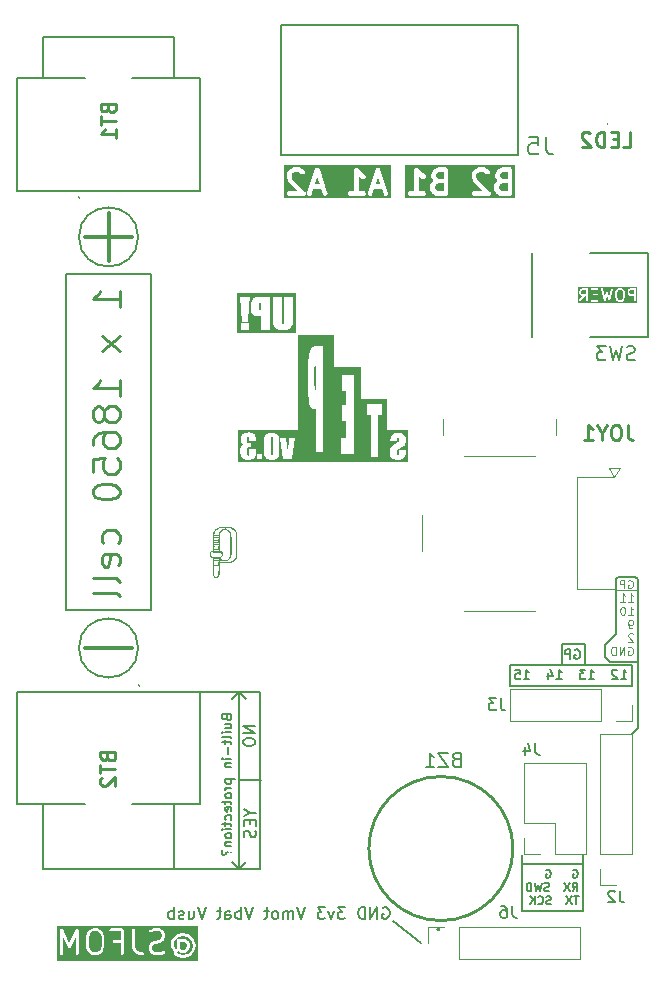
<source format=gbo>
%TF.GenerationSoftware,KiCad,Pcbnew,9.0.0*%
%TF.CreationDate,2025-02-27T23:19:27+00:00*%
%TF.ProjectId,StepUp,53746570-5570-42e6-9b69-6361645f7063,v0.3*%
%TF.SameCoordinates,Original*%
%TF.FileFunction,Legend,Bot*%
%TF.FilePolarity,Positive*%
%FSLAX45Y45*%
G04 Gerber Fmt 4.5, Leading zero omitted, Abs format (unit mm)*
G04 Created by KiCad (PCBNEW 9.0.0) date 2025-02-27 23:19:27*
%MOMM*%
%LPD*%
G01*
G04 APERTURE LIST*
%ADD10C,0.300000*%
%ADD11C,0.150000*%
%ADD12C,0.120000*%
%ADD13C,0.200000*%
%ADD14C,0.230000*%
%ADD15C,0.250000*%
%ADD16C,0.400000*%
%ADD17C,0.254000*%
%ADD18C,0.000000*%
%ADD19C,0.100000*%
G04 APERTURE END LIST*
D10*
X6615800Y-7042000D02*
X6615800Y-6642000D01*
D11*
X7721250Y-12193750D02*
X7721250Y-10692500D01*
X11095000Y-9735000D02*
X11095000Y-10440000D01*
X10862500Y-10440000D01*
X10822500Y-10400000D01*
X10822500Y-10292500D01*
X10915000Y-10200000D01*
X10915000Y-9735000D01*
X10932500Y-9717500D01*
X11077500Y-9717500D01*
X11095000Y-9735000D01*
X6865800Y-6842000D02*
G75*
G02*
X6365800Y-6842000I-250000J0D01*
G01*
X6365800Y-6842000D02*
G75*
G02*
X6865800Y-6842000I250000J0D01*
G01*
X7783750Y-12131250D02*
X7721250Y-12193750D01*
X7721250Y-10693750D02*
X7658750Y-10756250D01*
X7172300Y-12194000D02*
X7902500Y-12194000D01*
X6865800Y-10322000D02*
G75*
G02*
X6365800Y-10322000I-250000J0D01*
G01*
X6365800Y-10322000D02*
G75*
G02*
X6865800Y-10322000I250000J0D01*
G01*
X11095000Y-10392500D02*
X11095000Y-10997500D01*
X6253300Y-7152000D02*
X6978300Y-7152000D01*
X6978300Y-9997000D01*
X6253300Y-9997000D01*
X6253300Y-7152000D01*
D10*
X6415800Y-10322000D02*
X6815800Y-10322000D01*
X6415800Y-6842000D02*
X6815800Y-6842000D01*
D11*
X7721250Y-11443125D02*
X7905000Y-11442500D01*
X10013750Y-10470000D02*
X11051250Y-10470000D01*
X11051250Y-10642500D01*
X10013750Y-10642500D01*
X10013750Y-10470000D01*
X7902500Y-10694000D02*
X7902500Y-12194000D01*
X7390300Y-10694000D02*
X7902500Y-10694000D01*
X10120000Y-12152500D02*
X10120000Y-12072500D01*
X10635000Y-12152500D02*
X10635000Y-12070000D01*
X7658750Y-12131250D02*
X7721250Y-12193750D01*
D12*
X10922500Y-9835000D02*
X11092500Y-9835000D01*
D11*
X10120000Y-12152500D02*
X10635000Y-12152500D01*
X10635000Y-12547500D01*
X10120000Y-12547500D01*
X10120000Y-12152500D01*
X11045500Y-11048000D02*
X11095000Y-10998500D01*
X7720000Y-10692500D02*
X7782500Y-10755000D01*
D13*
X9022500Y-12635000D02*
X9260000Y-12817500D01*
D11*
X10452500Y-10285000D02*
X10647500Y-10285000D01*
X10647500Y-10470000D01*
X10452500Y-10470000D01*
X10452500Y-10285000D01*
X7814363Y-11715225D02*
X7861982Y-11715225D01*
X7761982Y-11681892D02*
X7814363Y-11715225D01*
X7814363Y-11715225D02*
X7761982Y-11748559D01*
X7809601Y-11781892D02*
X7809601Y-11815225D01*
X7861982Y-11829511D02*
X7861982Y-11781892D01*
X7861982Y-11781892D02*
X7761982Y-11781892D01*
X7761982Y-11781892D02*
X7761982Y-11829511D01*
X7857220Y-11867606D02*
X7861982Y-11881892D01*
X7861982Y-11881892D02*
X7861982Y-11905702D01*
X7861982Y-11905702D02*
X7857220Y-11915225D01*
X7857220Y-11915225D02*
X7852458Y-11919987D01*
X7852458Y-11919987D02*
X7842934Y-11924749D01*
X7842934Y-11924749D02*
X7833410Y-11924749D01*
X7833410Y-11924749D02*
X7823887Y-11919987D01*
X7823887Y-11919987D02*
X7819125Y-11915225D01*
X7819125Y-11915225D02*
X7814363Y-11905702D01*
X7814363Y-11905702D02*
X7809601Y-11886654D01*
X7809601Y-11886654D02*
X7804839Y-11877130D01*
X7804839Y-11877130D02*
X7800077Y-11872368D01*
X7800077Y-11872368D02*
X7790553Y-11867606D01*
X7790553Y-11867606D02*
X7781029Y-11867606D01*
X7781029Y-11867606D02*
X7771506Y-11872368D01*
X7771506Y-11872368D02*
X7766744Y-11877130D01*
X7766744Y-11877130D02*
X7761982Y-11886654D01*
X7761982Y-11886654D02*
X7761982Y-11910464D01*
X7761982Y-11910464D02*
X7766744Y-11924749D01*
X7856982Y-10983678D02*
X7756982Y-10983678D01*
X7756982Y-10983678D02*
X7856982Y-11040821D01*
X7856982Y-11040821D02*
X7756982Y-11040821D01*
X7756982Y-11107487D02*
X7756982Y-11126535D01*
X7756982Y-11126535D02*
X7761744Y-11136059D01*
X7761744Y-11136059D02*
X7771268Y-11145583D01*
X7771268Y-11145583D02*
X7790315Y-11150345D01*
X7790315Y-11150345D02*
X7823648Y-11150345D01*
X7823648Y-11150345D02*
X7842696Y-11145583D01*
X7842696Y-11145583D02*
X7852220Y-11136059D01*
X7852220Y-11136059D02*
X7856982Y-11126535D01*
X7856982Y-11126535D02*
X7856982Y-11107487D01*
X7856982Y-11107487D02*
X7852220Y-11097964D01*
X7852220Y-11097964D02*
X7842696Y-11088440D01*
X7842696Y-11088440D02*
X7823648Y-11083678D01*
X7823648Y-11083678D02*
X7790315Y-11083678D01*
X7790315Y-11083678D02*
X7771268Y-11088440D01*
X7771268Y-11088440D02*
X7761744Y-11097964D01*
X7761744Y-11097964D02*
X7756982Y-11107487D01*
D14*
X6710541Y-7432369D02*
X6710541Y-7300941D01*
X6710541Y-7366655D02*
X6480541Y-7366655D01*
X6480541Y-7366655D02*
X6513398Y-7344750D01*
X6513398Y-7344750D02*
X6535303Y-7322846D01*
X6535303Y-7322846D02*
X6546256Y-7300941D01*
X6710541Y-7684274D02*
X6557208Y-7804750D01*
X6557208Y-7684274D02*
X6710541Y-7804750D01*
X6710541Y-8188084D02*
X6710541Y-8056655D01*
X6710541Y-8122370D02*
X6480541Y-8122370D01*
X6480541Y-8122370D02*
X6513398Y-8100465D01*
X6513398Y-8100465D02*
X6535303Y-8078560D01*
X6535303Y-8078560D02*
X6546256Y-8056655D01*
X6579113Y-8319512D02*
X6568160Y-8297608D01*
X6568160Y-8297608D02*
X6557208Y-8286655D01*
X6557208Y-8286655D02*
X6535303Y-8275703D01*
X6535303Y-8275703D02*
X6524351Y-8275703D01*
X6524351Y-8275703D02*
X6502446Y-8286655D01*
X6502446Y-8286655D02*
X6491494Y-8297608D01*
X6491494Y-8297608D02*
X6480541Y-8319512D01*
X6480541Y-8319512D02*
X6480541Y-8363322D01*
X6480541Y-8363322D02*
X6491494Y-8385227D01*
X6491494Y-8385227D02*
X6502446Y-8396179D01*
X6502446Y-8396179D02*
X6524351Y-8407131D01*
X6524351Y-8407131D02*
X6535303Y-8407131D01*
X6535303Y-8407131D02*
X6557208Y-8396179D01*
X6557208Y-8396179D02*
X6568160Y-8385227D01*
X6568160Y-8385227D02*
X6579113Y-8363322D01*
X6579113Y-8363322D02*
X6579113Y-8319512D01*
X6579113Y-8319512D02*
X6590065Y-8297608D01*
X6590065Y-8297608D02*
X6601017Y-8286655D01*
X6601017Y-8286655D02*
X6622922Y-8275703D01*
X6622922Y-8275703D02*
X6666732Y-8275703D01*
X6666732Y-8275703D02*
X6688637Y-8286655D01*
X6688637Y-8286655D02*
X6699589Y-8297608D01*
X6699589Y-8297608D02*
X6710541Y-8319512D01*
X6710541Y-8319512D02*
X6710541Y-8363322D01*
X6710541Y-8363322D02*
X6699589Y-8385227D01*
X6699589Y-8385227D02*
X6688637Y-8396179D01*
X6688637Y-8396179D02*
X6666732Y-8407131D01*
X6666732Y-8407131D02*
X6622922Y-8407131D01*
X6622922Y-8407131D02*
X6601017Y-8396179D01*
X6601017Y-8396179D02*
X6590065Y-8385227D01*
X6590065Y-8385227D02*
X6579113Y-8363322D01*
X6480541Y-8604274D02*
X6480541Y-8560465D01*
X6480541Y-8560465D02*
X6491494Y-8538560D01*
X6491494Y-8538560D02*
X6502446Y-8527608D01*
X6502446Y-8527608D02*
X6535303Y-8505703D01*
X6535303Y-8505703D02*
X6579113Y-8494751D01*
X6579113Y-8494751D02*
X6666732Y-8494751D01*
X6666732Y-8494751D02*
X6688637Y-8505703D01*
X6688637Y-8505703D02*
X6699589Y-8516655D01*
X6699589Y-8516655D02*
X6710541Y-8538560D01*
X6710541Y-8538560D02*
X6710541Y-8582370D01*
X6710541Y-8582370D02*
X6699589Y-8604274D01*
X6699589Y-8604274D02*
X6688637Y-8615227D01*
X6688637Y-8615227D02*
X6666732Y-8626179D01*
X6666732Y-8626179D02*
X6611970Y-8626179D01*
X6611970Y-8626179D02*
X6590065Y-8615227D01*
X6590065Y-8615227D02*
X6579113Y-8604274D01*
X6579113Y-8604274D02*
X6568160Y-8582370D01*
X6568160Y-8582370D02*
X6568160Y-8538560D01*
X6568160Y-8538560D02*
X6579113Y-8516655D01*
X6579113Y-8516655D02*
X6590065Y-8505703D01*
X6590065Y-8505703D02*
X6611970Y-8494751D01*
X6480541Y-8834274D02*
X6480541Y-8724751D01*
X6480541Y-8724751D02*
X6590065Y-8713798D01*
X6590065Y-8713798D02*
X6579113Y-8724751D01*
X6579113Y-8724751D02*
X6568160Y-8746655D01*
X6568160Y-8746655D02*
X6568160Y-8801417D01*
X6568160Y-8801417D02*
X6579113Y-8823322D01*
X6579113Y-8823322D02*
X6590065Y-8834274D01*
X6590065Y-8834274D02*
X6611970Y-8845227D01*
X6611970Y-8845227D02*
X6666732Y-8845227D01*
X6666732Y-8845227D02*
X6688637Y-8834274D01*
X6688637Y-8834274D02*
X6699589Y-8823322D01*
X6699589Y-8823322D02*
X6710541Y-8801417D01*
X6710541Y-8801417D02*
X6710541Y-8746655D01*
X6710541Y-8746655D02*
X6699589Y-8724751D01*
X6699589Y-8724751D02*
X6688637Y-8713798D01*
X6480541Y-8987608D02*
X6480541Y-9009512D01*
X6480541Y-9009512D02*
X6491494Y-9031417D01*
X6491494Y-9031417D02*
X6502446Y-9042370D01*
X6502446Y-9042370D02*
X6524351Y-9053322D01*
X6524351Y-9053322D02*
X6568160Y-9064274D01*
X6568160Y-9064274D02*
X6622922Y-9064274D01*
X6622922Y-9064274D02*
X6666732Y-9053322D01*
X6666732Y-9053322D02*
X6688637Y-9042370D01*
X6688637Y-9042370D02*
X6699589Y-9031417D01*
X6699589Y-9031417D02*
X6710541Y-9009512D01*
X6710541Y-9009512D02*
X6710541Y-8987608D01*
X6710541Y-8987608D02*
X6699589Y-8965703D01*
X6699589Y-8965703D02*
X6688637Y-8954750D01*
X6688637Y-8954750D02*
X6666732Y-8943798D01*
X6666732Y-8943798D02*
X6622922Y-8932846D01*
X6622922Y-8932846D02*
X6568160Y-8932846D01*
X6568160Y-8932846D02*
X6524351Y-8943798D01*
X6524351Y-8943798D02*
X6502446Y-8954750D01*
X6502446Y-8954750D02*
X6491494Y-8965703D01*
X6491494Y-8965703D02*
X6480541Y-8987608D01*
X6699589Y-9436655D02*
X6710541Y-9414750D01*
X6710541Y-9414750D02*
X6710541Y-9370941D01*
X6710541Y-9370941D02*
X6699589Y-9349036D01*
X6699589Y-9349036D02*
X6688637Y-9338084D01*
X6688637Y-9338084D02*
X6666732Y-9327131D01*
X6666732Y-9327131D02*
X6601017Y-9327131D01*
X6601017Y-9327131D02*
X6579113Y-9338084D01*
X6579113Y-9338084D02*
X6568160Y-9349036D01*
X6568160Y-9349036D02*
X6557208Y-9370941D01*
X6557208Y-9370941D02*
X6557208Y-9414750D01*
X6557208Y-9414750D02*
X6568160Y-9436655D01*
X6699589Y-9622846D02*
X6710541Y-9600941D01*
X6710541Y-9600941D02*
X6710541Y-9557131D01*
X6710541Y-9557131D02*
X6699589Y-9535227D01*
X6699589Y-9535227D02*
X6677684Y-9524274D01*
X6677684Y-9524274D02*
X6590065Y-9524274D01*
X6590065Y-9524274D02*
X6568160Y-9535227D01*
X6568160Y-9535227D02*
X6557208Y-9557131D01*
X6557208Y-9557131D02*
X6557208Y-9600941D01*
X6557208Y-9600941D02*
X6568160Y-9622846D01*
X6568160Y-9622846D02*
X6590065Y-9633798D01*
X6590065Y-9633798D02*
X6611970Y-9633798D01*
X6611970Y-9633798D02*
X6633875Y-9524274D01*
X6710541Y-9765227D02*
X6699589Y-9743322D01*
X6699589Y-9743322D02*
X6677684Y-9732370D01*
X6677684Y-9732370D02*
X6480541Y-9732370D01*
X6710541Y-9885703D02*
X6699589Y-9863798D01*
X6699589Y-9863798D02*
X6677684Y-9852846D01*
X6677684Y-9852846D02*
X6480541Y-9852846D01*
D11*
G36*
X10961986Y-7292908D02*
G01*
X10969180Y-7300102D01*
X10973214Y-7316239D01*
X10973214Y-7347725D01*
X10969180Y-7363862D01*
X10961986Y-7371056D01*
X10955134Y-7374482D01*
X10939628Y-7374482D01*
X10932776Y-7371056D01*
X10925582Y-7363862D01*
X10921548Y-7347725D01*
X10921548Y-7316239D01*
X10925582Y-7300102D01*
X10932776Y-7292908D01*
X10939628Y-7289482D01*
X10955134Y-7289482D01*
X10961986Y-7292908D01*
G37*
G36*
X10658929Y-7326863D02*
G01*
X10630104Y-7326863D01*
X10623252Y-7323437D01*
X10620212Y-7320396D01*
X10616786Y-7313545D01*
X10616786Y-7302800D01*
X10620212Y-7295948D01*
X10623252Y-7292908D01*
X10630104Y-7289482D01*
X10658929Y-7289482D01*
X10658929Y-7326863D01*
G37*
G36*
X11068452Y-7326863D02*
G01*
X11039628Y-7326863D01*
X11032776Y-7323437D01*
X11029735Y-7320396D01*
X11026310Y-7313545D01*
X11026310Y-7302800D01*
X11029735Y-7295948D01*
X11032776Y-7292908D01*
X11039628Y-7289482D01*
X11068452Y-7289482D01*
X11068452Y-7326863D01*
G37*
G36*
X11094563Y-7400593D02*
G01*
X10590675Y-7400593D01*
X10590675Y-7301029D01*
X10601786Y-7301029D01*
X10601786Y-7315315D01*
X10601930Y-7316778D01*
X10602033Y-7317027D01*
X10602052Y-7317296D01*
X10602578Y-7318669D01*
X10607339Y-7328193D01*
X10607736Y-7328823D01*
X10607812Y-7329006D01*
X10607980Y-7329211D01*
X10608123Y-7329437D01*
X10608272Y-7329567D01*
X10608744Y-7330142D01*
X10613506Y-7334904D01*
X10614081Y-7335376D01*
X10614211Y-7335526D01*
X10614437Y-7335668D01*
X10614643Y-7335837D01*
X10614825Y-7335913D01*
X10615455Y-7336309D01*
X10624979Y-7341071D01*
X10626352Y-7341596D01*
X10626621Y-7341616D01*
X10626870Y-7341719D01*
X10628222Y-7341852D01*
X10603142Y-7377681D01*
X10602420Y-7378962D01*
X10601788Y-7381819D01*
X10602296Y-7384701D01*
X10603869Y-7387169D01*
X10606266Y-7388847D01*
X10609123Y-7389480D01*
X10612005Y-7388972D01*
X10614473Y-7387399D01*
X10615430Y-7386283D01*
X10646524Y-7341863D01*
X10658929Y-7341863D01*
X10658929Y-7381982D01*
X10659073Y-7383445D01*
X10660193Y-7386149D01*
X10662262Y-7388218D01*
X10664965Y-7389338D01*
X10667892Y-7389338D01*
X10670595Y-7388218D01*
X10672665Y-7386149D01*
X10673784Y-7383445D01*
X10673929Y-7381982D01*
X10673929Y-7281982D01*
X10673784Y-7280519D01*
X10701930Y-7280519D01*
X10701930Y-7283445D01*
X10703050Y-7286149D01*
X10705119Y-7288218D01*
X10707823Y-7289338D01*
X10709286Y-7289482D01*
X10749405Y-7289482D01*
X10749405Y-7322101D01*
X10723571Y-7322101D01*
X10722108Y-7322245D01*
X10719405Y-7323365D01*
X10717335Y-7325434D01*
X10716216Y-7328138D01*
X10716216Y-7331064D01*
X10717335Y-7333768D01*
X10719405Y-7335837D01*
X10722108Y-7336957D01*
X10723571Y-7337101D01*
X10749405Y-7337101D01*
X10749405Y-7374482D01*
X10709286Y-7374482D01*
X10707823Y-7374626D01*
X10705119Y-7375746D01*
X10703050Y-7377815D01*
X10701930Y-7380519D01*
X10701930Y-7383445D01*
X10703050Y-7386149D01*
X10705119Y-7388218D01*
X10707823Y-7389338D01*
X10709286Y-7389482D01*
X10756905Y-7389482D01*
X10758368Y-7389338D01*
X10761072Y-7388218D01*
X10763141Y-7386149D01*
X10764261Y-7383445D01*
X10764405Y-7381982D01*
X10764405Y-7282262D01*
X10787505Y-7282262D01*
X10787704Y-7283719D01*
X10811514Y-7383719D01*
X10811686Y-7384221D01*
X10811710Y-7384401D01*
X10811805Y-7384564D01*
X10811993Y-7385109D01*
X10812631Y-7385991D01*
X10813177Y-7386934D01*
X10813482Y-7387168D01*
X10813708Y-7387480D01*
X10814636Y-7388050D01*
X10815500Y-7388712D01*
X10815872Y-7388812D01*
X10816200Y-7389013D01*
X10817276Y-7389186D01*
X10818328Y-7389466D01*
X10818710Y-7389416D01*
X10819090Y-7389477D01*
X10820150Y-7389224D01*
X10821229Y-7389081D01*
X10821562Y-7388888D01*
X10821937Y-7388799D01*
X10822819Y-7388160D01*
X10823761Y-7387615D01*
X10823995Y-7387309D01*
X10824307Y-7387083D01*
X10824878Y-7386156D01*
X10825540Y-7385291D01*
X10825743Y-7384751D01*
X10825841Y-7384591D01*
X10825870Y-7384412D01*
X10826056Y-7383914D01*
X10837857Y-7339661D01*
X10849658Y-7383914D01*
X10849844Y-7384412D01*
X10849873Y-7384591D01*
X10849972Y-7384751D01*
X10850174Y-7385291D01*
X10850836Y-7386156D01*
X10851407Y-7387083D01*
X10851719Y-7387309D01*
X10851953Y-7387615D01*
X10852895Y-7388160D01*
X10853778Y-7388799D01*
X10854152Y-7388888D01*
X10854485Y-7389081D01*
X10855565Y-7389224D01*
X10856624Y-7389477D01*
X10857004Y-7389416D01*
X10857386Y-7389466D01*
X10858439Y-7389186D01*
X10859514Y-7389013D01*
X10859841Y-7388812D01*
X10860214Y-7388712D01*
X10861079Y-7388050D01*
X10862006Y-7387480D01*
X10862232Y-7387168D01*
X10862538Y-7386934D01*
X10863083Y-7385991D01*
X10863722Y-7385109D01*
X10863909Y-7384564D01*
X10864004Y-7384401D01*
X10864028Y-7384221D01*
X10864201Y-7383719D01*
X10880487Y-7315315D01*
X10906548Y-7315315D01*
X10906548Y-7348648D01*
X10906573Y-7348904D01*
X10906557Y-7349013D01*
X10906637Y-7349560D01*
X10906692Y-7350112D01*
X10906734Y-7350214D01*
X10906772Y-7350467D01*
X10911533Y-7369515D01*
X10912028Y-7370900D01*
X10912360Y-7371348D01*
X10912573Y-7371863D01*
X10913506Y-7372999D01*
X10923030Y-7382523D01*
X10923605Y-7382995D01*
X10923735Y-7383145D01*
X10923960Y-7383287D01*
X10924167Y-7383456D01*
X10924350Y-7383532D01*
X10924979Y-7383928D01*
X10934503Y-7388690D01*
X10935876Y-7389216D01*
X10936145Y-7389235D01*
X10936394Y-7389338D01*
X10937857Y-7389482D01*
X10956905Y-7389482D01*
X10958368Y-7389338D01*
X10958617Y-7389235D01*
X10958886Y-7389216D01*
X10960259Y-7388690D01*
X10969783Y-7383928D01*
X10970413Y-7383532D01*
X10970595Y-7383456D01*
X10970801Y-7383287D01*
X10971027Y-7383145D01*
X10971157Y-7382995D01*
X10971732Y-7382523D01*
X10981256Y-7372999D01*
X10982188Y-7371863D01*
X10982402Y-7371348D01*
X10982734Y-7370900D01*
X10983228Y-7369515D01*
X10987990Y-7350467D01*
X10988028Y-7350214D01*
X10988070Y-7350112D01*
X10988124Y-7349560D01*
X10988205Y-7349013D01*
X10988189Y-7348904D01*
X10988214Y-7348648D01*
X10988214Y-7315315D01*
X10988189Y-7315060D01*
X10988205Y-7314951D01*
X10988124Y-7314403D01*
X10988070Y-7313852D01*
X10988028Y-7313750D01*
X10987990Y-7313496D01*
X10984874Y-7301029D01*
X11011310Y-7301029D01*
X11011310Y-7315315D01*
X11011454Y-7316778D01*
X11011557Y-7317027D01*
X11011576Y-7317296D01*
X11012101Y-7318669D01*
X11016863Y-7328193D01*
X11017260Y-7328823D01*
X11017335Y-7329006D01*
X11017504Y-7329211D01*
X11017646Y-7329437D01*
X11017796Y-7329567D01*
X11018268Y-7330142D01*
X11023030Y-7334904D01*
X11023605Y-7335376D01*
X11023735Y-7335526D01*
X11023961Y-7335668D01*
X11024167Y-7335837D01*
X11024349Y-7335913D01*
X11024979Y-7336309D01*
X11034503Y-7341071D01*
X11035876Y-7341596D01*
X11036145Y-7341616D01*
X11036394Y-7341719D01*
X11037857Y-7341863D01*
X11068452Y-7341863D01*
X11068452Y-7381982D01*
X11068596Y-7383445D01*
X11069716Y-7386149D01*
X11071786Y-7388218D01*
X11074489Y-7389338D01*
X11077416Y-7389338D01*
X11080119Y-7388218D01*
X11082188Y-7386149D01*
X11083308Y-7383445D01*
X11083452Y-7381982D01*
X11083452Y-7281982D01*
X11083308Y-7280519D01*
X11082188Y-7277815D01*
X11080119Y-7275746D01*
X11077416Y-7274626D01*
X11075952Y-7274482D01*
X11037857Y-7274482D01*
X11036394Y-7274626D01*
X11036145Y-7274729D01*
X11035876Y-7274748D01*
X11034503Y-7275274D01*
X11024979Y-7280036D01*
X11024349Y-7280432D01*
X11024167Y-7280508D01*
X11023961Y-7280677D01*
X11023735Y-7280819D01*
X11023605Y-7280969D01*
X11023030Y-7281440D01*
X11018268Y-7286202D01*
X11017796Y-7286777D01*
X11017646Y-7286907D01*
X11017504Y-7287133D01*
X11017335Y-7287339D01*
X11017260Y-7287522D01*
X11016863Y-7288152D01*
X11012101Y-7297675D01*
X11011576Y-7299049D01*
X11011557Y-7299317D01*
X11011454Y-7299566D01*
X11011310Y-7301029D01*
X10984874Y-7301029D01*
X10983228Y-7294449D01*
X10982734Y-7293064D01*
X10982402Y-7292616D01*
X10982188Y-7292101D01*
X10981256Y-7290964D01*
X10971732Y-7281440D01*
X10971157Y-7280969D01*
X10971027Y-7280819D01*
X10970801Y-7280677D01*
X10970595Y-7280508D01*
X10970413Y-7280432D01*
X10969783Y-7280036D01*
X10960259Y-7275274D01*
X10958886Y-7274748D01*
X10958617Y-7274729D01*
X10958368Y-7274626D01*
X10956905Y-7274482D01*
X10937857Y-7274482D01*
X10936394Y-7274626D01*
X10936145Y-7274729D01*
X10935876Y-7274748D01*
X10934503Y-7275274D01*
X10924979Y-7280036D01*
X10924350Y-7280432D01*
X10924167Y-7280508D01*
X10923960Y-7280677D01*
X10923735Y-7280819D01*
X10923605Y-7280968D01*
X10923030Y-7281440D01*
X10913506Y-7290964D01*
X10912574Y-7292101D01*
X10912360Y-7292616D01*
X10912028Y-7293064D01*
X10911533Y-7294449D01*
X10906772Y-7313496D01*
X10906734Y-7313750D01*
X10906692Y-7313852D01*
X10906637Y-7314403D01*
X10906557Y-7314951D01*
X10906573Y-7315060D01*
X10906548Y-7315315D01*
X10880487Y-7315315D01*
X10888010Y-7283719D01*
X10888209Y-7282262D01*
X10887746Y-7279373D01*
X10886212Y-7276881D01*
X10883841Y-7275165D01*
X10880995Y-7274487D01*
X10878105Y-7274950D01*
X10875613Y-7276484D01*
X10873897Y-7278855D01*
X10873418Y-7280245D01*
X10856493Y-7351330D01*
X10845104Y-7308621D01*
X10844975Y-7308278D01*
X10844956Y-7308134D01*
X10844857Y-7307963D01*
X10844588Y-7307244D01*
X10843986Y-7306458D01*
X10843490Y-7305601D01*
X10843104Y-7305306D01*
X10842809Y-7304920D01*
X10841952Y-7304424D01*
X10841166Y-7303823D01*
X10840697Y-7303697D01*
X10840276Y-7303454D01*
X10839296Y-7303324D01*
X10838339Y-7303069D01*
X10837857Y-7303133D01*
X10837376Y-7303069D01*
X10836420Y-7303324D01*
X10835438Y-7303454D01*
X10835017Y-7303698D01*
X10834548Y-7303823D01*
X10833762Y-7304424D01*
X10832905Y-7304920D01*
X10832610Y-7305306D01*
X10832224Y-7305601D01*
X10831728Y-7306458D01*
X10831127Y-7307244D01*
X10830857Y-7307963D01*
X10830758Y-7308134D01*
X10830739Y-7308278D01*
X10830610Y-7308621D01*
X10819221Y-7351330D01*
X10802296Y-7280245D01*
X10801817Y-7278855D01*
X10800101Y-7276484D01*
X10797609Y-7274950D01*
X10794720Y-7274487D01*
X10791873Y-7275165D01*
X10789502Y-7276881D01*
X10787969Y-7279373D01*
X10787505Y-7282262D01*
X10764405Y-7282262D01*
X10764405Y-7281982D01*
X10764261Y-7280519D01*
X10763141Y-7277815D01*
X10761072Y-7275746D01*
X10758368Y-7274626D01*
X10756905Y-7274482D01*
X10709286Y-7274482D01*
X10707823Y-7274626D01*
X10705119Y-7275746D01*
X10703050Y-7277815D01*
X10701930Y-7280519D01*
X10673784Y-7280519D01*
X10672665Y-7277815D01*
X10670595Y-7275746D01*
X10667892Y-7274626D01*
X10666429Y-7274482D01*
X10628333Y-7274482D01*
X10626870Y-7274626D01*
X10626621Y-7274729D01*
X10626352Y-7274748D01*
X10624979Y-7275274D01*
X10615455Y-7280036D01*
X10614825Y-7280432D01*
X10614643Y-7280508D01*
X10614437Y-7280677D01*
X10614211Y-7280819D01*
X10614081Y-7280969D01*
X10613506Y-7281440D01*
X10608744Y-7286202D01*
X10608272Y-7286777D01*
X10608123Y-7286907D01*
X10607980Y-7287133D01*
X10607812Y-7287339D01*
X10607736Y-7287522D01*
X10607339Y-7288152D01*
X10602578Y-7297675D01*
X10602052Y-7299049D01*
X10602033Y-7299317D01*
X10601930Y-7299566D01*
X10601786Y-7301029D01*
X10590675Y-7301029D01*
X10590675Y-7263371D01*
X11094563Y-7263371D01*
X11094563Y-7400593D01*
G37*
X7615025Y-10910583D02*
X7618834Y-10922011D01*
X7618834Y-10922011D02*
X7622644Y-10925821D01*
X7622644Y-10925821D02*
X7630263Y-10929630D01*
X7630263Y-10929630D02*
X7641691Y-10929630D01*
X7641691Y-10929630D02*
X7649310Y-10925821D01*
X7649310Y-10925821D02*
X7653120Y-10922011D01*
X7653120Y-10922011D02*
X7656929Y-10914392D01*
X7656929Y-10914392D02*
X7656929Y-10883916D01*
X7656929Y-10883916D02*
X7576929Y-10883916D01*
X7576929Y-10883916D02*
X7576929Y-10910583D01*
X7576929Y-10910583D02*
X7580739Y-10918202D01*
X7580739Y-10918202D02*
X7584548Y-10922011D01*
X7584548Y-10922011D02*
X7592168Y-10925821D01*
X7592168Y-10925821D02*
X7599787Y-10925821D01*
X7599787Y-10925821D02*
X7607406Y-10922011D01*
X7607406Y-10922011D02*
X7611215Y-10918202D01*
X7611215Y-10918202D02*
X7615025Y-10910583D01*
X7615025Y-10910583D02*
X7615025Y-10883916D01*
X7603596Y-10998202D02*
X7656929Y-10998202D01*
X7603596Y-10963916D02*
X7645501Y-10963916D01*
X7645501Y-10963916D02*
X7653120Y-10967726D01*
X7653120Y-10967726D02*
X7656929Y-10975345D01*
X7656929Y-10975345D02*
X7656929Y-10986773D01*
X7656929Y-10986773D02*
X7653120Y-10994392D01*
X7653120Y-10994392D02*
X7649310Y-10998202D01*
X7656929Y-11036297D02*
X7603596Y-11036297D01*
X7576929Y-11036297D02*
X7580739Y-11032487D01*
X7580739Y-11032487D02*
X7584548Y-11036297D01*
X7584548Y-11036297D02*
X7580739Y-11040107D01*
X7580739Y-11040107D02*
X7576929Y-11036297D01*
X7576929Y-11036297D02*
X7584548Y-11036297D01*
X7656929Y-11085821D02*
X7653120Y-11078202D01*
X7653120Y-11078202D02*
X7645501Y-11074392D01*
X7645501Y-11074392D02*
X7576929Y-11074392D01*
X7603596Y-11104868D02*
X7603596Y-11135345D01*
X7576929Y-11116297D02*
X7645501Y-11116297D01*
X7645501Y-11116297D02*
X7653120Y-11120107D01*
X7653120Y-11120107D02*
X7656929Y-11127726D01*
X7656929Y-11127726D02*
X7656929Y-11135345D01*
X7626453Y-11162011D02*
X7626453Y-11222964D01*
X7656929Y-11261059D02*
X7603596Y-11261059D01*
X7576929Y-11261059D02*
X7580739Y-11257249D01*
X7580739Y-11257249D02*
X7584548Y-11261059D01*
X7584548Y-11261059D02*
X7580739Y-11264868D01*
X7580739Y-11264868D02*
X7576929Y-11261059D01*
X7576929Y-11261059D02*
X7584548Y-11261059D01*
X7603596Y-11299154D02*
X7656929Y-11299154D01*
X7611215Y-11299154D02*
X7607406Y-11302964D01*
X7607406Y-11302964D02*
X7603596Y-11310583D01*
X7603596Y-11310583D02*
X7603596Y-11322011D01*
X7603596Y-11322011D02*
X7607406Y-11329630D01*
X7607406Y-11329630D02*
X7615025Y-11333440D01*
X7615025Y-11333440D02*
X7656929Y-11333440D01*
X7603596Y-11432487D02*
X7683596Y-11432487D01*
X7607406Y-11432487D02*
X7603596Y-11440106D01*
X7603596Y-11440106D02*
X7603596Y-11455345D01*
X7603596Y-11455345D02*
X7607406Y-11462964D01*
X7607406Y-11462964D02*
X7611215Y-11466773D01*
X7611215Y-11466773D02*
X7618834Y-11470583D01*
X7618834Y-11470583D02*
X7641691Y-11470583D01*
X7641691Y-11470583D02*
X7649310Y-11466773D01*
X7649310Y-11466773D02*
X7653120Y-11462964D01*
X7653120Y-11462964D02*
X7656929Y-11455345D01*
X7656929Y-11455345D02*
X7656929Y-11440106D01*
X7656929Y-11440106D02*
X7653120Y-11432487D01*
X7656929Y-11504868D02*
X7603596Y-11504868D01*
X7618834Y-11504868D02*
X7611215Y-11508678D01*
X7611215Y-11508678D02*
X7607406Y-11512487D01*
X7607406Y-11512487D02*
X7603596Y-11520107D01*
X7603596Y-11520107D02*
X7603596Y-11527726D01*
X7656929Y-11565821D02*
X7653120Y-11558202D01*
X7653120Y-11558202D02*
X7649310Y-11554392D01*
X7649310Y-11554392D02*
X7641691Y-11550583D01*
X7641691Y-11550583D02*
X7618834Y-11550583D01*
X7618834Y-11550583D02*
X7611215Y-11554392D01*
X7611215Y-11554392D02*
X7607406Y-11558202D01*
X7607406Y-11558202D02*
X7603596Y-11565821D01*
X7603596Y-11565821D02*
X7603596Y-11577249D01*
X7603596Y-11577249D02*
X7607406Y-11584868D01*
X7607406Y-11584868D02*
X7611215Y-11588678D01*
X7611215Y-11588678D02*
X7618834Y-11592487D01*
X7618834Y-11592487D02*
X7641691Y-11592487D01*
X7641691Y-11592487D02*
X7649310Y-11588678D01*
X7649310Y-11588678D02*
X7653120Y-11584868D01*
X7653120Y-11584868D02*
X7656929Y-11577249D01*
X7656929Y-11577249D02*
X7656929Y-11565821D01*
X7603596Y-11615345D02*
X7603596Y-11645821D01*
X7576929Y-11626773D02*
X7645501Y-11626773D01*
X7645501Y-11626773D02*
X7653120Y-11630583D01*
X7653120Y-11630583D02*
X7656929Y-11638202D01*
X7656929Y-11638202D02*
X7656929Y-11645821D01*
X7653120Y-11702964D02*
X7656929Y-11695345D01*
X7656929Y-11695345D02*
X7656929Y-11680107D01*
X7656929Y-11680107D02*
X7653120Y-11672488D01*
X7653120Y-11672488D02*
X7645501Y-11668678D01*
X7645501Y-11668678D02*
X7615025Y-11668678D01*
X7615025Y-11668678D02*
X7607406Y-11672488D01*
X7607406Y-11672488D02*
X7603596Y-11680107D01*
X7603596Y-11680107D02*
X7603596Y-11695345D01*
X7603596Y-11695345D02*
X7607406Y-11702964D01*
X7607406Y-11702964D02*
X7615025Y-11706773D01*
X7615025Y-11706773D02*
X7622644Y-11706773D01*
X7622644Y-11706773D02*
X7630263Y-11668678D01*
X7653120Y-11775345D02*
X7656929Y-11767726D01*
X7656929Y-11767726D02*
X7656929Y-11752487D01*
X7656929Y-11752487D02*
X7653120Y-11744868D01*
X7653120Y-11744868D02*
X7649310Y-11741059D01*
X7649310Y-11741059D02*
X7641691Y-11737249D01*
X7641691Y-11737249D02*
X7618834Y-11737249D01*
X7618834Y-11737249D02*
X7611215Y-11741059D01*
X7611215Y-11741059D02*
X7607406Y-11744868D01*
X7607406Y-11744868D02*
X7603596Y-11752487D01*
X7603596Y-11752487D02*
X7603596Y-11767726D01*
X7603596Y-11767726D02*
X7607406Y-11775345D01*
X7603596Y-11798202D02*
X7603596Y-11828678D01*
X7576929Y-11809630D02*
X7645501Y-11809630D01*
X7645501Y-11809630D02*
X7653120Y-11813440D01*
X7653120Y-11813440D02*
X7656929Y-11821059D01*
X7656929Y-11821059D02*
X7656929Y-11828678D01*
X7656929Y-11855345D02*
X7603596Y-11855345D01*
X7576929Y-11855345D02*
X7580739Y-11851535D01*
X7580739Y-11851535D02*
X7584548Y-11855345D01*
X7584548Y-11855345D02*
X7580739Y-11859154D01*
X7580739Y-11859154D02*
X7576929Y-11855345D01*
X7576929Y-11855345D02*
X7584548Y-11855345D01*
X7656929Y-11904868D02*
X7653120Y-11897249D01*
X7653120Y-11897249D02*
X7649310Y-11893440D01*
X7649310Y-11893440D02*
X7641691Y-11889630D01*
X7641691Y-11889630D02*
X7618834Y-11889630D01*
X7618834Y-11889630D02*
X7611215Y-11893440D01*
X7611215Y-11893440D02*
X7607406Y-11897249D01*
X7607406Y-11897249D02*
X7603596Y-11904868D01*
X7603596Y-11904868D02*
X7603596Y-11916297D01*
X7603596Y-11916297D02*
X7607406Y-11923916D01*
X7607406Y-11923916D02*
X7611215Y-11927726D01*
X7611215Y-11927726D02*
X7618834Y-11931535D01*
X7618834Y-11931535D02*
X7641691Y-11931535D01*
X7641691Y-11931535D02*
X7649310Y-11927726D01*
X7649310Y-11927726D02*
X7653120Y-11923916D01*
X7653120Y-11923916D02*
X7656929Y-11916297D01*
X7656929Y-11916297D02*
X7656929Y-11904868D01*
X7603596Y-11965821D02*
X7656929Y-11965821D01*
X7611215Y-11965821D02*
X7607406Y-11969630D01*
X7607406Y-11969630D02*
X7603596Y-11977249D01*
X7603596Y-11977249D02*
X7603596Y-11988678D01*
X7603596Y-11988678D02*
X7607406Y-11996297D01*
X7607406Y-11996297D02*
X7615025Y-12000107D01*
X7615025Y-12000107D02*
X7656929Y-12000107D01*
X7649310Y-12049630D02*
X7653120Y-12053440D01*
X7653120Y-12053440D02*
X7656929Y-12049630D01*
X7656929Y-12049630D02*
X7653120Y-12045821D01*
X7653120Y-12045821D02*
X7649310Y-12049630D01*
X7649310Y-12049630D02*
X7656929Y-12049630D01*
X7580739Y-12034392D02*
X7576929Y-12042011D01*
X7576929Y-12042011D02*
X7576929Y-12061059D01*
X7576929Y-12061059D02*
X7580739Y-12068678D01*
X7580739Y-12068678D02*
X7588358Y-12072488D01*
X7588358Y-12072488D02*
X7595977Y-12072488D01*
X7595977Y-12072488D02*
X7603596Y-12068678D01*
X7603596Y-12068678D02*
X7607406Y-12064868D01*
X7607406Y-12064868D02*
X7611215Y-12057249D01*
X7611215Y-12057249D02*
X7615025Y-12053440D01*
X7615025Y-12053440D02*
X7622644Y-12049630D01*
X7622644Y-12049630D02*
X7626453Y-12049630D01*
G36*
X7908144Y-7463308D02*
G01*
X7904785Y-7463369D01*
X7893070Y-7459908D01*
X7892390Y-7459156D01*
X7889242Y-7446962D01*
X7889032Y-7440288D01*
X7889032Y-7417634D01*
X7890409Y-7405228D01*
X7892940Y-7400659D01*
X7904778Y-7397026D01*
X7908144Y-7396935D01*
X7908144Y-7463308D01*
G37*
G36*
X8204405Y-7659186D02*
G01*
X7702740Y-7659186D01*
X7702740Y-7627500D01*
X7736319Y-7627500D01*
X7805134Y-7627500D01*
X7805134Y-7568882D01*
X7736319Y-7568882D01*
X7736319Y-7627500D01*
X7702740Y-7627500D01*
X7702740Y-7346132D01*
X7730518Y-7346132D01*
X7742059Y-7561066D01*
X7799333Y-7561066D01*
X7806641Y-7424962D01*
X7824674Y-7424962D01*
X7824674Y-7440288D01*
X7824674Y-7448897D01*
X7825032Y-7461384D01*
X7826490Y-7474503D01*
X7829718Y-7486593D01*
X7830413Y-7488220D01*
X7837874Y-7498725D01*
X7848590Y-7506205D01*
X7851357Y-7507516D01*
X7864014Y-7511571D01*
X7876477Y-7513521D01*
X7889182Y-7514165D01*
X7890680Y-7514171D01*
X7908144Y-7514171D01*
X7908144Y-7627500D01*
X7984347Y-7627500D01*
X7984347Y-7532245D01*
X8007306Y-7532245D01*
X8007409Y-7545144D01*
X8007776Y-7557718D01*
X8008611Y-7570183D01*
X8009443Y-7576758D01*
X8013272Y-7589113D01*
X8019541Y-7600080D01*
X8022022Y-7603503D01*
X8030743Y-7612871D01*
X8041336Y-7620367D01*
X8049438Y-7624325D01*
X8061808Y-7628357D01*
X8074268Y-7630571D01*
X8086472Y-7631380D01*
X8089311Y-7631408D01*
X8101615Y-7630885D01*
X8114580Y-7629047D01*
X8126619Y-7625885D01*
X8134129Y-7623042D01*
X8145355Y-7617313D01*
X8155514Y-7609854D01*
X8163377Y-7601183D01*
X8169995Y-7589957D01*
X8173973Y-7578309D01*
X8174918Y-7572790D01*
X8175820Y-7560371D01*
X8176252Y-7547981D01*
X8176492Y-7534938D01*
X8176601Y-7522360D01*
X8176628Y-7511179D01*
X8176628Y-7346132D01*
X8100424Y-7346132D01*
X8100424Y-7554532D01*
X8100108Y-7567402D01*
X8098775Y-7576392D01*
X8092425Y-7580605D01*
X8085220Y-7575904D01*
X8083712Y-7562999D01*
X8083510Y-7550930D01*
X8083510Y-7346132D01*
X8007306Y-7346132D01*
X8007306Y-7532245D01*
X7984347Y-7532245D01*
X7984347Y-7346132D01*
X7909548Y-7346132D01*
X7897160Y-7346357D01*
X7884591Y-7347165D01*
X7872477Y-7348777D01*
X7863508Y-7350834D01*
X7851582Y-7355379D01*
X7841102Y-7362428D01*
X7838901Y-7364634D01*
X7831546Y-7375252D01*
X7827605Y-7386310D01*
X7825707Y-7398787D01*
X7824906Y-7411388D01*
X7824799Y-7417634D01*
X7824674Y-7424962D01*
X7806641Y-7424962D01*
X7810874Y-7346132D01*
X7730518Y-7346132D01*
X7702740Y-7346132D01*
X7702740Y-7318354D01*
X8204405Y-7318354D01*
X8204405Y-7659186D01*
G37*
D12*
X11016272Y-9750662D02*
X11022939Y-9747329D01*
X11022939Y-9747329D02*
X11032939Y-9747329D01*
X11032939Y-9747329D02*
X11042939Y-9750662D01*
X11042939Y-9750662D02*
X11049605Y-9757329D01*
X11049605Y-9757329D02*
X11052939Y-9763996D01*
X11052939Y-9763996D02*
X11056272Y-9777329D01*
X11056272Y-9777329D02*
X11056272Y-9787329D01*
X11056272Y-9787329D02*
X11052939Y-9800662D01*
X11052939Y-9800662D02*
X11049605Y-9807329D01*
X11049605Y-9807329D02*
X11042939Y-9813996D01*
X11042939Y-9813996D02*
X11032939Y-9817329D01*
X11032939Y-9817329D02*
X11026272Y-9817329D01*
X11026272Y-9817329D02*
X11016272Y-9813996D01*
X11016272Y-9813996D02*
X11012939Y-9810662D01*
X11012939Y-9810662D02*
X11012939Y-9787329D01*
X11012939Y-9787329D02*
X11026272Y-9787329D01*
X10982939Y-9817329D02*
X10982939Y-9747329D01*
X10982939Y-9747329D02*
X10956272Y-9747329D01*
X10956272Y-9747329D02*
X10949605Y-9750662D01*
X10949605Y-9750662D02*
X10946272Y-9753996D01*
X10946272Y-9753996D02*
X10942939Y-9760662D01*
X10942939Y-9760662D02*
X10942939Y-9770662D01*
X10942939Y-9770662D02*
X10946272Y-9777329D01*
X10946272Y-9777329D02*
X10949605Y-9780662D01*
X10949605Y-9780662D02*
X10956272Y-9783996D01*
X10956272Y-9783996D02*
X10982939Y-9783996D01*
X11016272Y-9930025D02*
X11056272Y-9930025D01*
X11036272Y-9930025D02*
X11036272Y-9860025D01*
X11036272Y-9860025D02*
X11042939Y-9870025D01*
X11042939Y-9870025D02*
X11049605Y-9876692D01*
X11049605Y-9876692D02*
X11056272Y-9880025D01*
X10949605Y-9930025D02*
X10989605Y-9930025D01*
X10969605Y-9930025D02*
X10969605Y-9860025D01*
X10969605Y-9860025D02*
X10976272Y-9870025D01*
X10976272Y-9870025D02*
X10982939Y-9876692D01*
X10982939Y-9876692D02*
X10989605Y-9880025D01*
X11016272Y-10042721D02*
X11056272Y-10042721D01*
X11036272Y-10042721D02*
X11036272Y-9972721D01*
X11036272Y-9972721D02*
X11042939Y-9982721D01*
X11042939Y-9982721D02*
X11049605Y-9989388D01*
X11049605Y-9989388D02*
X11056272Y-9992721D01*
X10972939Y-9972721D02*
X10966272Y-9972721D01*
X10966272Y-9972721D02*
X10959605Y-9976054D01*
X10959605Y-9976054D02*
X10956272Y-9979388D01*
X10956272Y-9979388D02*
X10952939Y-9986054D01*
X10952939Y-9986054D02*
X10949605Y-9999388D01*
X10949605Y-9999388D02*
X10949605Y-10016054D01*
X10949605Y-10016054D02*
X10952939Y-10029388D01*
X10952939Y-10029388D02*
X10956272Y-10036054D01*
X10956272Y-10036054D02*
X10959605Y-10039388D01*
X10959605Y-10039388D02*
X10966272Y-10042721D01*
X10966272Y-10042721D02*
X10972939Y-10042721D01*
X10972939Y-10042721D02*
X10979605Y-10039388D01*
X10979605Y-10039388D02*
X10982939Y-10036054D01*
X10982939Y-10036054D02*
X10986272Y-10029388D01*
X10986272Y-10029388D02*
X10989605Y-10016054D01*
X10989605Y-10016054D02*
X10989605Y-9999388D01*
X10989605Y-9999388D02*
X10986272Y-9986054D01*
X10986272Y-9986054D02*
X10982939Y-9979388D01*
X10982939Y-9979388D02*
X10979605Y-9976054D01*
X10979605Y-9976054D02*
X10972939Y-9972721D01*
X11049605Y-10155417D02*
X11036272Y-10155417D01*
X11036272Y-10155417D02*
X11029605Y-10152084D01*
X11029605Y-10152084D02*
X11026272Y-10148750D01*
X11026272Y-10148750D02*
X11019605Y-10138750D01*
X11019605Y-10138750D02*
X11016272Y-10125417D01*
X11016272Y-10125417D02*
X11016272Y-10098750D01*
X11016272Y-10098750D02*
X11019605Y-10092084D01*
X11019605Y-10092084D02*
X11022939Y-10088750D01*
X11022939Y-10088750D02*
X11029605Y-10085417D01*
X11029605Y-10085417D02*
X11042939Y-10085417D01*
X11042939Y-10085417D02*
X11049605Y-10088750D01*
X11049605Y-10088750D02*
X11052939Y-10092084D01*
X11052939Y-10092084D02*
X11056272Y-10098750D01*
X11056272Y-10098750D02*
X11056272Y-10115417D01*
X11056272Y-10115417D02*
X11052939Y-10122084D01*
X11052939Y-10122084D02*
X11049605Y-10125417D01*
X11049605Y-10125417D02*
X11042939Y-10128750D01*
X11042939Y-10128750D02*
X11029605Y-10128750D01*
X11029605Y-10128750D02*
X11022939Y-10125417D01*
X11022939Y-10125417D02*
X11019605Y-10122084D01*
X11019605Y-10122084D02*
X11016272Y-10115417D01*
X11056272Y-10204780D02*
X11052939Y-10201447D01*
X11052939Y-10201447D02*
X11046272Y-10198113D01*
X11046272Y-10198113D02*
X11029605Y-10198113D01*
X11029605Y-10198113D02*
X11022939Y-10201447D01*
X11022939Y-10201447D02*
X11019605Y-10204780D01*
X11019605Y-10204780D02*
X11016272Y-10211447D01*
X11016272Y-10211447D02*
X11016272Y-10218113D01*
X11016272Y-10218113D02*
X11019605Y-10228113D01*
X11019605Y-10228113D02*
X11059605Y-10268113D01*
X11059605Y-10268113D02*
X11016272Y-10268113D01*
X11016272Y-10314143D02*
X11022939Y-10310809D01*
X11022939Y-10310809D02*
X11032939Y-10310809D01*
X11032939Y-10310809D02*
X11042939Y-10314143D01*
X11042939Y-10314143D02*
X11049605Y-10320809D01*
X11049605Y-10320809D02*
X11052939Y-10327476D01*
X11052939Y-10327476D02*
X11056272Y-10340809D01*
X11056272Y-10340809D02*
X11056272Y-10350809D01*
X11056272Y-10350809D02*
X11052939Y-10364143D01*
X11052939Y-10364143D02*
X11049605Y-10370809D01*
X11049605Y-10370809D02*
X11042939Y-10377476D01*
X11042939Y-10377476D02*
X11032939Y-10380809D01*
X11032939Y-10380809D02*
X11026272Y-10380809D01*
X11026272Y-10380809D02*
X11016272Y-10377476D01*
X11016272Y-10377476D02*
X11012939Y-10374143D01*
X11012939Y-10374143D02*
X11012939Y-10350809D01*
X11012939Y-10350809D02*
X11026272Y-10350809D01*
X10982939Y-10380809D02*
X10982939Y-10310809D01*
X10982939Y-10310809D02*
X10942939Y-10380809D01*
X10942939Y-10380809D02*
X10942939Y-10310809D01*
X10909605Y-10380809D02*
X10909605Y-10310809D01*
X10909605Y-10310809D02*
X10892939Y-10310809D01*
X10892939Y-10310809D02*
X10882939Y-10314143D01*
X10882939Y-10314143D02*
X10876272Y-10320809D01*
X10876272Y-10320809D02*
X10872939Y-10327476D01*
X10872939Y-10327476D02*
X10869605Y-10340809D01*
X10869605Y-10340809D02*
X10869605Y-10350809D01*
X10869605Y-10350809D02*
X10872939Y-10364143D01*
X10872939Y-10364143D02*
X10876272Y-10370809D01*
X10876272Y-10370809D02*
X10882939Y-10377476D01*
X10882939Y-10377476D02*
X10892939Y-10380809D01*
X10892939Y-10380809D02*
X10909605Y-10380809D01*
D15*
G36*
X7266386Y-12814735D02*
G01*
X7273041Y-12821390D01*
X7280338Y-12835984D01*
X7280338Y-12849130D01*
X7273041Y-12863724D01*
X7266386Y-12870379D01*
X7251792Y-12877676D01*
X7238646Y-12877676D01*
X7224052Y-12870379D01*
X7219624Y-12865951D01*
X7219624Y-12819163D01*
X7224052Y-12814735D01*
X7238646Y-12807438D01*
X7251792Y-12807438D01*
X7266386Y-12814735D01*
G37*
G36*
X6533053Y-12729021D02*
G01*
X6548218Y-12744186D01*
X6556529Y-12777429D01*
X6556529Y-12841018D01*
X6548218Y-12874262D01*
X6533053Y-12889427D01*
X6518459Y-12896724D01*
X6486265Y-12896724D01*
X6471671Y-12889427D01*
X6456506Y-12874262D01*
X6448195Y-12841018D01*
X6448195Y-12777429D01*
X6456506Y-12744186D01*
X6471671Y-12729021D01*
X6486265Y-12721724D01*
X6518459Y-12721724D01*
X6533053Y-12729021D01*
G37*
G36*
X7375165Y-12972503D02*
G01*
X6181926Y-12972503D01*
X6181926Y-12709224D01*
X6204148Y-12709224D01*
X6204148Y-12909224D01*
X6204388Y-12911662D01*
X6206254Y-12916168D01*
X6209703Y-12919617D01*
X6214209Y-12921484D01*
X6219086Y-12921484D01*
X6223592Y-12919617D01*
X6227041Y-12916168D01*
X6228908Y-12911662D01*
X6229148Y-12909224D01*
X6229148Y-12765568D01*
X6271987Y-12857367D01*
X6272516Y-12858260D01*
X6272626Y-12858562D01*
X6272822Y-12858776D01*
X6273236Y-12859475D01*
X6274637Y-12860758D01*
X6275920Y-12862159D01*
X6276423Y-12862394D01*
X6276833Y-12862769D01*
X6278618Y-12863418D01*
X6280340Y-12864222D01*
X6280894Y-12864246D01*
X6281416Y-12864436D01*
X6283314Y-12864352D01*
X6285212Y-12864436D01*
X6285734Y-12864246D01*
X6286289Y-12864222D01*
X6288009Y-12863419D01*
X6289796Y-12862769D01*
X6290206Y-12862394D01*
X6290709Y-12862159D01*
X6291991Y-12860759D01*
X6293393Y-12859475D01*
X6293807Y-12858776D01*
X6294003Y-12858562D01*
X6294113Y-12858260D01*
X6294642Y-12857367D01*
X6337481Y-12765568D01*
X6337481Y-12909224D01*
X6337721Y-12911662D01*
X6339588Y-12916168D01*
X6343036Y-12919617D01*
X6347542Y-12921484D01*
X6352420Y-12921484D01*
X6356926Y-12919617D01*
X6360374Y-12916168D01*
X6362241Y-12911662D01*
X6362481Y-12909224D01*
X6362481Y-12775890D01*
X6423195Y-12775890D01*
X6423195Y-12842557D01*
X6423237Y-12842982D01*
X6423210Y-12843165D01*
X6423345Y-12844077D01*
X6423436Y-12844996D01*
X6423506Y-12845166D01*
X6423569Y-12845589D01*
X6433092Y-12883684D01*
X6433917Y-12885991D01*
X6434470Y-12886738D01*
X6434826Y-12887597D01*
X6436380Y-12889491D01*
X6455428Y-12908539D01*
X6456387Y-12909326D01*
X6456603Y-12909575D01*
X6456979Y-12909811D01*
X6457322Y-12910093D01*
X6457627Y-12910220D01*
X6458677Y-12910880D01*
X6477724Y-12920404D01*
X6480013Y-12921280D01*
X6480461Y-12921312D01*
X6480876Y-12921484D01*
X6483314Y-12921724D01*
X6521410Y-12921724D01*
X6523848Y-12921484D01*
X6524263Y-12921312D01*
X6524711Y-12921280D01*
X6527000Y-12920404D01*
X6546047Y-12910880D01*
X6547097Y-12910220D01*
X6547402Y-12910093D01*
X6547745Y-12909811D01*
X6548121Y-12909575D01*
X6548337Y-12909326D01*
X6549296Y-12908539D01*
X6568344Y-12889491D01*
X6569898Y-12887597D01*
X6570254Y-12886738D01*
X6570807Y-12885991D01*
X6571632Y-12883684D01*
X6581155Y-12845589D01*
X6581218Y-12845166D01*
X6581288Y-12844996D01*
X6581379Y-12844078D01*
X6581514Y-12843165D01*
X6581487Y-12842982D01*
X6581529Y-12842557D01*
X6581529Y-12775890D01*
X6581487Y-12775465D01*
X6581514Y-12775283D01*
X6581379Y-12774370D01*
X6581288Y-12773452D01*
X6581218Y-12773282D01*
X6581155Y-12772859D01*
X6571632Y-12734763D01*
X6570807Y-12732456D01*
X6570254Y-12731709D01*
X6569898Y-12730851D01*
X6568344Y-12728956D01*
X6549296Y-12709909D01*
X6548337Y-12709122D01*
X6548121Y-12708873D01*
X6547745Y-12708636D01*
X6547402Y-12708354D01*
X6547097Y-12708228D01*
X6546047Y-12707567D01*
X6544483Y-12706785D01*
X6623436Y-12706785D01*
X6623436Y-12711662D01*
X6625302Y-12716168D01*
X6628751Y-12719617D01*
X6633257Y-12721484D01*
X6635695Y-12721724D01*
X6718433Y-12721724D01*
X6718433Y-12791962D01*
X6664267Y-12791962D01*
X6661828Y-12792202D01*
X6657322Y-12794068D01*
X6653873Y-12797517D01*
X6652007Y-12802023D01*
X6652007Y-12806900D01*
X6653873Y-12811406D01*
X6657322Y-12814855D01*
X6661828Y-12816722D01*
X6664267Y-12816962D01*
X6718433Y-12816962D01*
X6718433Y-12909224D01*
X6718674Y-12911662D01*
X6720540Y-12916168D01*
X6723989Y-12919617D01*
X6728495Y-12921484D01*
X6733372Y-12921484D01*
X6737878Y-12919617D01*
X6741327Y-12916168D01*
X6743193Y-12911662D01*
X6743433Y-12909224D01*
X6743433Y-12709224D01*
X6813672Y-12709224D01*
X6813672Y-12852081D01*
X6813793Y-12853315D01*
X6813770Y-12853644D01*
X6813868Y-12854077D01*
X6813912Y-12854519D01*
X6814038Y-12854824D01*
X6814313Y-12856034D01*
X6823837Y-12884605D01*
X6824836Y-12886843D01*
X6825130Y-12887182D01*
X6825302Y-12887597D01*
X6826857Y-12889491D01*
X6845904Y-12908539D01*
X6847798Y-12910093D01*
X6848213Y-12910265D01*
X6848553Y-12910559D01*
X6850790Y-12911558D01*
X6879362Y-12921082D01*
X6880571Y-12921357D01*
X6880876Y-12921484D01*
X6881318Y-12921527D01*
X6881751Y-12921626D01*
X6882080Y-12921602D01*
X6883314Y-12921724D01*
X6902362Y-12921724D01*
X6904801Y-12921484D01*
X6909307Y-12919617D01*
X6912755Y-12916168D01*
X6914622Y-12911662D01*
X6914622Y-12906785D01*
X6912755Y-12902279D01*
X6909307Y-12898830D01*
X6904801Y-12896964D01*
X6902362Y-12896724D01*
X6885343Y-12896724D01*
X6861495Y-12888775D01*
X6846621Y-12873900D01*
X6839348Y-12852081D01*
X6956529Y-12852081D01*
X6956529Y-12871128D01*
X6956769Y-12873567D01*
X6956941Y-12873982D01*
X6956973Y-12874430D01*
X6957848Y-12876719D01*
X6967372Y-12895766D01*
X6968033Y-12896815D01*
X6968159Y-12897121D01*
X6968441Y-12897464D01*
X6968678Y-12897840D01*
X6968927Y-12898056D01*
X6969714Y-12899015D01*
X6979237Y-12908539D01*
X6980196Y-12909326D01*
X6980412Y-12909575D01*
X6980788Y-12909811D01*
X6981132Y-12910093D01*
X6981437Y-12910220D01*
X6982486Y-12910880D01*
X7001534Y-12920404D01*
X7003822Y-12921280D01*
X7004270Y-12921312D01*
X7004685Y-12921484D01*
X7007124Y-12921724D01*
X7054743Y-12921724D01*
X7055977Y-12921602D01*
X7056306Y-12921626D01*
X7056739Y-12921527D01*
X7057182Y-12921484D01*
X7057487Y-12921357D01*
X7058696Y-12921082D01*
X7087267Y-12911558D01*
X7089505Y-12910559D01*
X7093189Y-12907364D01*
X7095371Y-12903001D01*
X7095716Y-12898137D01*
X7094174Y-12893510D01*
X7090978Y-12889825D01*
X7086616Y-12887644D01*
X7081751Y-12887298D01*
X7079362Y-12887841D01*
X7052715Y-12896724D01*
X7010075Y-12896724D01*
X6995481Y-12889427D01*
X6988826Y-12882772D01*
X6981529Y-12868178D01*
X6981529Y-12855032D01*
X6988826Y-12840438D01*
X6995481Y-12833783D01*
X7011487Y-12825780D01*
X7048251Y-12816589D01*
X7048431Y-12816524D01*
X7048521Y-12816518D01*
X7049535Y-12816130D01*
X7050558Y-12815764D01*
X7050631Y-12815710D01*
X7050809Y-12815642D01*
X7069857Y-12806118D01*
X7070907Y-12805457D01*
X7071211Y-12805331D01*
X7071555Y-12805050D01*
X7071931Y-12804813D01*
X7072147Y-12804563D01*
X7072271Y-12804462D01*
X7147005Y-12804462D01*
X7147005Y-12852081D01*
X7147245Y-12854519D01*
X7147417Y-12854934D01*
X7147449Y-12855382D01*
X7148325Y-12857671D01*
X7157848Y-12876719D01*
X7158105Y-12877126D01*
X7158169Y-12877319D01*
X7158377Y-12877559D01*
X7159154Y-12878792D01*
X7160338Y-12879819D01*
X7161365Y-12881003D01*
X7162599Y-12881780D01*
X7162838Y-12881988D01*
X7163031Y-12882052D01*
X7163439Y-12882309D01*
X7182486Y-12891833D01*
X7184775Y-12892708D01*
X7185223Y-12892740D01*
X7185638Y-12892912D01*
X7188076Y-12893152D01*
X7197600Y-12893152D01*
X7200039Y-12892912D01*
X7200039Y-12892912D01*
X7201359Y-12892365D01*
X7204545Y-12891046D01*
X7204545Y-12891045D01*
X7206439Y-12889491D01*
X7207124Y-12888806D01*
X7207809Y-12889491D01*
X7208768Y-12890278D01*
X7208984Y-12890527D01*
X7209360Y-12890764D01*
X7209703Y-12891046D01*
X7210008Y-12891172D01*
X7211058Y-12891833D01*
X7230105Y-12901356D01*
X7232394Y-12902232D01*
X7232842Y-12902264D01*
X7233257Y-12902436D01*
X7235695Y-12902676D01*
X7254743Y-12902676D01*
X7257182Y-12902436D01*
X7257596Y-12902264D01*
X7258045Y-12902232D01*
X7260333Y-12901356D01*
X7279381Y-12891833D01*
X7280430Y-12891172D01*
X7280735Y-12891046D01*
X7281079Y-12890764D01*
X7281455Y-12890527D01*
X7281671Y-12890278D01*
X7282629Y-12889491D01*
X7292153Y-12879967D01*
X7292940Y-12879008D01*
X7293189Y-12878792D01*
X7293426Y-12878417D01*
X7293708Y-12878073D01*
X7293834Y-12877768D01*
X7294495Y-12876719D01*
X7304019Y-12857671D01*
X7304894Y-12855382D01*
X7304926Y-12854934D01*
X7305098Y-12854519D01*
X7305338Y-12852081D01*
X7305338Y-12833033D01*
X7305098Y-12830595D01*
X7304926Y-12830180D01*
X7304894Y-12829732D01*
X7304019Y-12827443D01*
X7294495Y-12808395D01*
X7293834Y-12807346D01*
X7293708Y-12807041D01*
X7293426Y-12806697D01*
X7293189Y-12806322D01*
X7292940Y-12806106D01*
X7292153Y-12805147D01*
X7282629Y-12795623D01*
X7281671Y-12794836D01*
X7281455Y-12794587D01*
X7281079Y-12794350D01*
X7280735Y-12794068D01*
X7280430Y-12793942D01*
X7279381Y-12793282D01*
X7260333Y-12783758D01*
X7258045Y-12782882D01*
X7257596Y-12782850D01*
X7257182Y-12782678D01*
X7254743Y-12782438D01*
X7235695Y-12782438D01*
X7233257Y-12782678D01*
X7232842Y-12782850D01*
X7232394Y-12782882D01*
X7230105Y-12783758D01*
X7218224Y-12789698D01*
X7217517Y-12787993D01*
X7214069Y-12784545D01*
X7209563Y-12782678D01*
X7204685Y-12782678D01*
X7200179Y-12784545D01*
X7196731Y-12787993D01*
X7194864Y-12792499D01*
X7194624Y-12794938D01*
X7194624Y-12865951D01*
X7192423Y-12868152D01*
X7191027Y-12868152D01*
X7178346Y-12861811D01*
X7172005Y-12849130D01*
X7172005Y-12808247D01*
X7187566Y-12784904D01*
X7212256Y-12768444D01*
X7245219Y-12760204D01*
X7278182Y-12768444D01*
X7302872Y-12784904D01*
X7319332Y-12809594D01*
X7327573Y-12842557D01*
X7319332Y-12875520D01*
X7302872Y-12900210D01*
X7278182Y-12916670D01*
X7245219Y-12924910D01*
X7212256Y-12916670D01*
X7185486Y-12898823D01*
X7183324Y-12897670D01*
X7178540Y-12896724D01*
X7173757Y-12897680D01*
X7169705Y-12900394D01*
X7166999Y-12904452D01*
X7166053Y-12909237D01*
X7167009Y-12914019D01*
X7169723Y-12918072D01*
X7171619Y-12919624D01*
X7200190Y-12938672D01*
X7201537Y-12939390D01*
X7201785Y-12939574D01*
X7202078Y-12939678D01*
X7202353Y-12939825D01*
X7202655Y-12939885D01*
X7204092Y-12940398D01*
X7242188Y-12949922D01*
X7244612Y-12950280D01*
X7245219Y-12950190D01*
X7245827Y-12950280D01*
X7248251Y-12949922D01*
X7286346Y-12940398D01*
X7287783Y-12939885D01*
X7288086Y-12939825D01*
X7288361Y-12939678D01*
X7288654Y-12939574D01*
X7288902Y-12939390D01*
X7290248Y-12938672D01*
X7318820Y-12919624D01*
X7320715Y-12918072D01*
X7320723Y-12918061D01*
X7320734Y-12918053D01*
X7322287Y-12916157D01*
X7341334Y-12887586D01*
X7342052Y-12886239D01*
X7342236Y-12885991D01*
X7342340Y-12885699D01*
X7342487Y-12885424D01*
X7342547Y-12885121D01*
X7343060Y-12883684D01*
X7352584Y-12845589D01*
X7352943Y-12843165D01*
X7352852Y-12842557D01*
X7352943Y-12841949D01*
X7352584Y-12839525D01*
X7343060Y-12801430D01*
X7342547Y-12799993D01*
X7342487Y-12799690D01*
X7342340Y-12799415D01*
X7342236Y-12799123D01*
X7342052Y-12798875D01*
X7341334Y-12797528D01*
X7322287Y-12768957D01*
X7320734Y-12767061D01*
X7320723Y-12767053D01*
X7320715Y-12767042D01*
X7318820Y-12765490D01*
X7290248Y-12746442D01*
X7288902Y-12745724D01*
X7288654Y-12745540D01*
X7288361Y-12745436D01*
X7288086Y-12745289D01*
X7287783Y-12745229D01*
X7286346Y-12744716D01*
X7248251Y-12735192D01*
X7245827Y-12734834D01*
X7245219Y-12734924D01*
X7244612Y-12734834D01*
X7242188Y-12735192D01*
X7204092Y-12744716D01*
X7202655Y-12745229D01*
X7202353Y-12745289D01*
X7202078Y-12745436D01*
X7201785Y-12745540D01*
X7201537Y-12745724D01*
X7200190Y-12746442D01*
X7171619Y-12765490D01*
X7169723Y-12767042D01*
X7169716Y-12767053D01*
X7169705Y-12767061D01*
X7168152Y-12768957D01*
X7149104Y-12797528D01*
X7147951Y-12799690D01*
X7147714Y-12800892D01*
X7147245Y-12802023D01*
X7147005Y-12804462D01*
X7072271Y-12804462D01*
X7073106Y-12803777D01*
X7082629Y-12794253D01*
X7083416Y-12793294D01*
X7083666Y-12793078D01*
X7083902Y-12792702D01*
X7084184Y-12792359D01*
X7084310Y-12792054D01*
X7084971Y-12791004D01*
X7094495Y-12771957D01*
X7095371Y-12769668D01*
X7095402Y-12769220D01*
X7095574Y-12768805D01*
X7095814Y-12766367D01*
X7095814Y-12747319D01*
X7095574Y-12744880D01*
X7095402Y-12744465D01*
X7095371Y-12744017D01*
X7094495Y-12741729D01*
X7084971Y-12722681D01*
X7084310Y-12721631D01*
X7084184Y-12721327D01*
X7083902Y-12720984D01*
X7083666Y-12720607D01*
X7083416Y-12720391D01*
X7082629Y-12719433D01*
X7073106Y-12709909D01*
X7072147Y-12709122D01*
X7071931Y-12708873D01*
X7071555Y-12708636D01*
X7071211Y-12708354D01*
X7070907Y-12708228D01*
X7069857Y-12707567D01*
X7050809Y-12698043D01*
X7048521Y-12697168D01*
X7048073Y-12697136D01*
X7047658Y-12696964D01*
X7045219Y-12696724D01*
X6997600Y-12696724D01*
X6996366Y-12696845D01*
X6996037Y-12696822D01*
X6995604Y-12696920D01*
X6995162Y-12696964D01*
X6994856Y-12697090D01*
X6993647Y-12697365D01*
X6965076Y-12706889D01*
X6962838Y-12707888D01*
X6959154Y-12711084D01*
X6956973Y-12715446D01*
X6956627Y-12720311D01*
X6958169Y-12724938D01*
X6961365Y-12728622D01*
X6965727Y-12730804D01*
X6970592Y-12731149D01*
X6972982Y-12730606D01*
X6999628Y-12721724D01*
X7042268Y-12721724D01*
X7056862Y-12729021D01*
X7063517Y-12735676D01*
X7070814Y-12750270D01*
X7070814Y-12763416D01*
X7063517Y-12778010D01*
X7056862Y-12784665D01*
X7040856Y-12792668D01*
X7004092Y-12801859D01*
X7003912Y-12801923D01*
X7003822Y-12801930D01*
X7002807Y-12802318D01*
X7001785Y-12802683D01*
X7001712Y-12802737D01*
X7001534Y-12802805D01*
X6982486Y-12812329D01*
X6981436Y-12812990D01*
X6981132Y-12813116D01*
X6980789Y-12813398D01*
X6980412Y-12813635D01*
X6980196Y-12813884D01*
X6979238Y-12814671D01*
X6969714Y-12824194D01*
X6968927Y-12825153D01*
X6968678Y-12825369D01*
X6968441Y-12825745D01*
X6968159Y-12826089D01*
X6968033Y-12826393D01*
X6967372Y-12827443D01*
X6957848Y-12846491D01*
X6956973Y-12848779D01*
X6956941Y-12849227D01*
X6956769Y-12849642D01*
X6956529Y-12852081D01*
X6839348Y-12852081D01*
X6838672Y-12850052D01*
X6838672Y-12709224D01*
X6838431Y-12706785D01*
X6836565Y-12702279D01*
X6833116Y-12698830D01*
X6828610Y-12696964D01*
X6823733Y-12696964D01*
X6819227Y-12698830D01*
X6815778Y-12702279D01*
X6813912Y-12706785D01*
X6813672Y-12709224D01*
X6743433Y-12709224D01*
X6743193Y-12706785D01*
X6741327Y-12702279D01*
X6737878Y-12698830D01*
X6733372Y-12696964D01*
X6730933Y-12696724D01*
X6635695Y-12696724D01*
X6633257Y-12696964D01*
X6628751Y-12698830D01*
X6625302Y-12702279D01*
X6623436Y-12706785D01*
X6544483Y-12706785D01*
X6527000Y-12698043D01*
X6524711Y-12697168D01*
X6524263Y-12697136D01*
X6523848Y-12696964D01*
X6521410Y-12696724D01*
X6483314Y-12696724D01*
X6480876Y-12696964D01*
X6480461Y-12697136D01*
X6480013Y-12697168D01*
X6477724Y-12698043D01*
X6458677Y-12707567D01*
X6457627Y-12708228D01*
X6457322Y-12708354D01*
X6456978Y-12708636D01*
X6456603Y-12708873D01*
X6456387Y-12709122D01*
X6455428Y-12709909D01*
X6436380Y-12728956D01*
X6434826Y-12730851D01*
X6434470Y-12731709D01*
X6433917Y-12732456D01*
X6433092Y-12734763D01*
X6423569Y-12772859D01*
X6423506Y-12773282D01*
X6423436Y-12773452D01*
X6423345Y-12774370D01*
X6423210Y-12775283D01*
X6423237Y-12775465D01*
X6423195Y-12775890D01*
X6362481Y-12775890D01*
X6362481Y-12709224D01*
X6362323Y-12707621D01*
X6362336Y-12707326D01*
X6362278Y-12707167D01*
X6362241Y-12706785D01*
X6361411Y-12704781D01*
X6360669Y-12702742D01*
X6360481Y-12702537D01*
X6360374Y-12702279D01*
X6358841Y-12700745D01*
X6357375Y-12699145D01*
X6357123Y-12699027D01*
X6356926Y-12698830D01*
X6354922Y-12698000D01*
X6352956Y-12697083D01*
X6352677Y-12697071D01*
X6352420Y-12696964D01*
X6350251Y-12696964D01*
X6348083Y-12696869D01*
X6347821Y-12696964D01*
X6347542Y-12696964D01*
X6345538Y-12697794D01*
X6343500Y-12698535D01*
X6343294Y-12698724D01*
X6343036Y-12698830D01*
X6341502Y-12700365D01*
X6339903Y-12701829D01*
X6339707Y-12702160D01*
X6339588Y-12702279D01*
X6339475Y-12702552D01*
X6338654Y-12703938D01*
X6283314Y-12822522D01*
X6227975Y-12703938D01*
X6227154Y-12702552D01*
X6227041Y-12702279D01*
X6226922Y-12702160D01*
X6226726Y-12701829D01*
X6225126Y-12700364D01*
X6223592Y-12698830D01*
X6223335Y-12698724D01*
X6223129Y-12698535D01*
X6221090Y-12697794D01*
X6219086Y-12696964D01*
X6218808Y-12696964D01*
X6218546Y-12696869D01*
X6216378Y-12696964D01*
X6214209Y-12696964D01*
X6213952Y-12697071D01*
X6213673Y-12697083D01*
X6211707Y-12698000D01*
X6209703Y-12698830D01*
X6209506Y-12699027D01*
X6209253Y-12699145D01*
X6207788Y-12700745D01*
X6206254Y-12702279D01*
X6206148Y-12702537D01*
X6205959Y-12702742D01*
X6205218Y-12704781D01*
X6204388Y-12706785D01*
X6204350Y-12707167D01*
X6204293Y-12707326D01*
X6204306Y-12707621D01*
X6204148Y-12709224D01*
X6181926Y-12709224D01*
X6181926Y-12674502D01*
X7375165Y-12674502D01*
X7375165Y-12972503D01*
G37*
D11*
G36*
X8002156Y-8533985D02*
G01*
X8004967Y-8537314D01*
X8006238Y-8543338D01*
X8006872Y-8558685D01*
X8006872Y-8665676D01*
X8006250Y-8682858D01*
X8005101Y-8688463D01*
X8002485Y-8691198D01*
X7997432Y-8692237D01*
X7992435Y-8691060D01*
X7989689Y-8687792D01*
X7988455Y-8681919D01*
X7987845Y-8667300D01*
X7987845Y-8558685D01*
X7988404Y-8542885D01*
X7989494Y-8537045D01*
X7992081Y-8533944D01*
X7997151Y-8532795D01*
X8002156Y-8533985D01*
G37*
G36*
X8218920Y-8750412D02*
G01*
X7709632Y-8750412D01*
X7709632Y-8656907D01*
X7731854Y-8656907D01*
X7732657Y-8674660D01*
X7734791Y-8688132D01*
X7737912Y-8698160D01*
X7742904Y-8707148D01*
X7749797Y-8714551D01*
X7758831Y-8720532D01*
X7769021Y-8724599D01*
X7781539Y-8727235D01*
X7796872Y-8728189D01*
X7814297Y-8727052D01*
X7827843Y-8723973D01*
X7828905Y-8723500D01*
X7875249Y-8723500D01*
X7917699Y-8723500D01*
X7917699Y-8677387D01*
X7875249Y-8677387D01*
X7875249Y-8723500D01*
X7828905Y-8723500D01*
X7838283Y-8719323D01*
X7847530Y-8712647D01*
X7853980Y-8705425D01*
X7858091Y-8697574D01*
X7860420Y-8688677D01*
X7862151Y-8674467D01*
X7862842Y-8653060D01*
X7862842Y-8635182D01*
X7806861Y-8635182D01*
X7806861Y-8671366D01*
X7806315Y-8684282D01*
X7805225Y-8689294D01*
X7802749Y-8692000D01*
X7797959Y-8693018D01*
X7792744Y-8691769D01*
X7789825Y-8688268D01*
X7788516Y-8681574D01*
X7787835Y-8662830D01*
X7787835Y-8647553D01*
X7788673Y-8635841D01*
X7790656Y-8629186D01*
X7794191Y-8624370D01*
X7798960Y-8621626D01*
X7805807Y-8620343D01*
X7820893Y-8619538D01*
X7820893Y-8586724D01*
X7802758Y-8586220D01*
X7796371Y-8585259D01*
X7792522Y-8582959D01*
X7789838Y-8578823D01*
X7789363Y-8576893D01*
X7931865Y-8576893D01*
X7931865Y-8650459D01*
X7932457Y-8667300D01*
X7932688Y-8673870D01*
X7934613Y-8687083D01*
X7938761Y-8698066D01*
X7946031Y-8708613D01*
X7952243Y-8714695D01*
X7959182Y-8719471D01*
X7966938Y-8723024D01*
X7979636Y-8726270D01*
X7994281Y-8727408D01*
X8013247Y-8726151D01*
X8027352Y-8722816D01*
X8035719Y-8719093D01*
X8042675Y-8714320D01*
X8048405Y-8708479D01*
X8055182Y-8698347D01*
X8059543Y-8687975D01*
X8061854Y-8675640D01*
X8062840Y-8653866D01*
X8062840Y-8576893D01*
X8062113Y-8556413D01*
X8060224Y-8541599D01*
X8060171Y-8541393D01*
X8070241Y-8541393D01*
X8096167Y-8723500D01*
X8168841Y-8723500D01*
X8196697Y-8541393D01*
X8146591Y-8541393D01*
X8131485Y-8674835D01*
X8125867Y-8603003D01*
X8120371Y-8541393D01*
X8070241Y-8541393D01*
X8060171Y-8541393D01*
X8057552Y-8531232D01*
X8052953Y-8521894D01*
X8046052Y-8513804D01*
X8036511Y-8506820D01*
X8025652Y-8501842D01*
X8013057Y-8498723D01*
X7998372Y-8497624D01*
X7986343Y-8498369D01*
X7975509Y-8500522D01*
X7965705Y-8503999D01*
X7956458Y-8508823D01*
X7949379Y-8514020D01*
X7944114Y-8519569D01*
X7938109Y-8529331D01*
X7934405Y-8540281D01*
X7932626Y-8553485D01*
X7932457Y-8558685D01*
X7931865Y-8576893D01*
X7789363Y-8576893D01*
X7788432Y-8573112D01*
X7787835Y-8563081D01*
X7787835Y-8550710D01*
X7788574Y-8540184D01*
X7790143Y-8535580D01*
X7793010Y-8532937D01*
X7797275Y-8532014D01*
X7802043Y-8533029D01*
X7804822Y-8535812D01*
X7806199Y-8540725D01*
X7806861Y-8552335D01*
X7806861Y-8571092D01*
X7862842Y-8571092D01*
X7862842Y-8551675D01*
X7861683Y-8535208D01*
X7858614Y-8523094D01*
X7854075Y-8514338D01*
X7848236Y-8508176D01*
X7840794Y-8503650D01*
X7830995Y-8500098D01*
X7818265Y-8497723D01*
X7801928Y-8496843D01*
X7781398Y-8498108D01*
X7766370Y-8501439D01*
X7755601Y-8506303D01*
X7748097Y-8512425D01*
X7742124Y-8520563D01*
X7737709Y-8530263D01*
X7734906Y-8541831D01*
X7733906Y-8555656D01*
X7734616Y-8568172D01*
X7736442Y-8576888D01*
X7739023Y-8582755D01*
X7742927Y-8587840D01*
X7748512Y-8592779D01*
X7756132Y-8597581D01*
X7748747Y-8600960D01*
X7742794Y-8605533D01*
X7738070Y-8611368D01*
X7735173Y-8618516D01*
X7732844Y-8632498D01*
X7731854Y-8656907D01*
X7709632Y-8656907D01*
X7709632Y-8474620D01*
X8218920Y-8474620D01*
X8218920Y-8750412D01*
G37*
X10954179Y-10584430D02*
X10999894Y-10584430D01*
X10977036Y-10584430D02*
X10977036Y-10504430D01*
X10977036Y-10504430D02*
X10984655Y-10515858D01*
X10984655Y-10515858D02*
X10992274Y-10523477D01*
X10992274Y-10523477D02*
X10999894Y-10527287D01*
X10923703Y-10512049D02*
X10919893Y-10508239D01*
X10919893Y-10508239D02*
X10912274Y-10504430D01*
X10912274Y-10504430D02*
X10893227Y-10504430D01*
X10893227Y-10504430D02*
X10885608Y-10508239D01*
X10885608Y-10508239D02*
X10881798Y-10512049D01*
X10881798Y-10512049D02*
X10877989Y-10519668D01*
X10877989Y-10519668D02*
X10877989Y-10527287D01*
X10877989Y-10527287D02*
X10881798Y-10538715D01*
X10881798Y-10538715D02*
X10927513Y-10584430D01*
X10927513Y-10584430D02*
X10877989Y-10584430D01*
X10679893Y-10584430D02*
X10725608Y-10584430D01*
X10702751Y-10584430D02*
X10702751Y-10504430D01*
X10702751Y-10504430D02*
X10710370Y-10515858D01*
X10710370Y-10515858D02*
X10717989Y-10523477D01*
X10717989Y-10523477D02*
X10725608Y-10527287D01*
X10653227Y-10504430D02*
X10603703Y-10504430D01*
X10603703Y-10504430D02*
X10630370Y-10534906D01*
X10630370Y-10534906D02*
X10618941Y-10534906D01*
X10618941Y-10534906D02*
X10611322Y-10538715D01*
X10611322Y-10538715D02*
X10607512Y-10542525D01*
X10607512Y-10542525D02*
X10603703Y-10550144D01*
X10603703Y-10550144D02*
X10603703Y-10569191D01*
X10603703Y-10569191D02*
X10607512Y-10576810D01*
X10607512Y-10576810D02*
X10611322Y-10580620D01*
X10611322Y-10580620D02*
X10618941Y-10584430D01*
X10618941Y-10584430D02*
X10641798Y-10584430D01*
X10641798Y-10584430D02*
X10649417Y-10580620D01*
X10649417Y-10580620D02*
X10653227Y-10576810D01*
X10405608Y-10584430D02*
X10451322Y-10584430D01*
X10428465Y-10584430D02*
X10428465Y-10504430D01*
X10428465Y-10504430D02*
X10436084Y-10515858D01*
X10436084Y-10515858D02*
X10443703Y-10523477D01*
X10443703Y-10523477D02*
X10451322Y-10527287D01*
X10337036Y-10531096D02*
X10337036Y-10584430D01*
X10356084Y-10500620D02*
X10375131Y-10557763D01*
X10375131Y-10557763D02*
X10325608Y-10557763D01*
X10131322Y-10584430D02*
X10177036Y-10584430D01*
X10154179Y-10584430D02*
X10154179Y-10504430D01*
X10154179Y-10504430D02*
X10161798Y-10515858D01*
X10161798Y-10515858D02*
X10169417Y-10523477D01*
X10169417Y-10523477D02*
X10177036Y-10527287D01*
X10058941Y-10504430D02*
X10097036Y-10504430D01*
X10097036Y-10504430D02*
X10100846Y-10542525D01*
X10100846Y-10542525D02*
X10097036Y-10538715D01*
X10097036Y-10538715D02*
X10089417Y-10534906D01*
X10089417Y-10534906D02*
X10070369Y-10534906D01*
X10070369Y-10534906D02*
X10062750Y-10538715D01*
X10062750Y-10538715D02*
X10058941Y-10542525D01*
X10058941Y-10542525D02*
X10055131Y-10550144D01*
X10055131Y-10550144D02*
X10055131Y-10569191D01*
X10055131Y-10569191D02*
X10058941Y-10576810D01*
X10058941Y-10576810D02*
X10062750Y-10580620D01*
X10062750Y-10580620D02*
X10070369Y-10584430D01*
X10070369Y-10584430D02*
X10089417Y-10584430D01*
X10089417Y-10584430D02*
X10097036Y-10580620D01*
X10097036Y-10580620D02*
X10100846Y-10576810D01*
G36*
X8757638Y-8749667D02*
G01*
X8520893Y-8749667D01*
X8520893Y-8542316D01*
X8587559Y-8542316D01*
X8587559Y-8683000D01*
X8690972Y-8683000D01*
X8690972Y-8007717D01*
X8591370Y-8007717D01*
X8591370Y-8148401D01*
X8630009Y-8148401D01*
X8630009Y-8260948D01*
X8593861Y-8260948D01*
X8593861Y-8401632D01*
X8630009Y-8401632D01*
X8630009Y-8542316D01*
X8587559Y-8542316D01*
X8520893Y-8542316D01*
X8520893Y-7941051D01*
X8757638Y-7941051D01*
X8757638Y-8749667D01*
G37*
D13*
X8938152Y-12521484D02*
X8947676Y-12516722D01*
X8947676Y-12516722D02*
X8961961Y-12516722D01*
X8961961Y-12516722D02*
X8976247Y-12521484D01*
X8976247Y-12521484D02*
X8985771Y-12531008D01*
X8985771Y-12531008D02*
X8990533Y-12540531D01*
X8990533Y-12540531D02*
X8995295Y-12559579D01*
X8995295Y-12559579D02*
X8995295Y-12573865D01*
X8995295Y-12573865D02*
X8990533Y-12592912D01*
X8990533Y-12592912D02*
X8985771Y-12602436D01*
X8985771Y-12602436D02*
X8976247Y-12611960D01*
X8976247Y-12611960D02*
X8961961Y-12616722D01*
X8961961Y-12616722D02*
X8952437Y-12616722D01*
X8952437Y-12616722D02*
X8938152Y-12611960D01*
X8938152Y-12611960D02*
X8933390Y-12607198D01*
X8933390Y-12607198D02*
X8933390Y-12573865D01*
X8933390Y-12573865D02*
X8952437Y-12573865D01*
X8890533Y-12616722D02*
X8890533Y-12516722D01*
X8890533Y-12516722D02*
X8833390Y-12616722D01*
X8833390Y-12616722D02*
X8833390Y-12516722D01*
X8785771Y-12616722D02*
X8785771Y-12516722D01*
X8785771Y-12516722D02*
X8761961Y-12516722D01*
X8761961Y-12516722D02*
X8747676Y-12521484D01*
X8747676Y-12521484D02*
X8738152Y-12531008D01*
X8738152Y-12531008D02*
X8733390Y-12540531D01*
X8733390Y-12540531D02*
X8728628Y-12559579D01*
X8728628Y-12559579D02*
X8728628Y-12573865D01*
X8728628Y-12573865D02*
X8733390Y-12592912D01*
X8733390Y-12592912D02*
X8738152Y-12602436D01*
X8738152Y-12602436D02*
X8747676Y-12611960D01*
X8747676Y-12611960D02*
X8761961Y-12616722D01*
X8761961Y-12616722D02*
X8785771Y-12616722D01*
X8619104Y-12516722D02*
X8557199Y-12516722D01*
X8557199Y-12516722D02*
X8590533Y-12554817D01*
X8590533Y-12554817D02*
X8576247Y-12554817D01*
X8576247Y-12554817D02*
X8566723Y-12559579D01*
X8566723Y-12559579D02*
X8561961Y-12564341D01*
X8561961Y-12564341D02*
X8557199Y-12573865D01*
X8557199Y-12573865D02*
X8557199Y-12597674D01*
X8557199Y-12597674D02*
X8561961Y-12607198D01*
X8561961Y-12607198D02*
X8566723Y-12611960D01*
X8566723Y-12611960D02*
X8576247Y-12616722D01*
X8576247Y-12616722D02*
X8604818Y-12616722D01*
X8604818Y-12616722D02*
X8614342Y-12611960D01*
X8614342Y-12611960D02*
X8619104Y-12607198D01*
X8523866Y-12550055D02*
X8500056Y-12616722D01*
X8500056Y-12616722D02*
X8476247Y-12550055D01*
X8447675Y-12516722D02*
X8385771Y-12516722D01*
X8385771Y-12516722D02*
X8419104Y-12554817D01*
X8419104Y-12554817D02*
X8404818Y-12554817D01*
X8404818Y-12554817D02*
X8395295Y-12559579D01*
X8395295Y-12559579D02*
X8390533Y-12564341D01*
X8390533Y-12564341D02*
X8385771Y-12573865D01*
X8385771Y-12573865D02*
X8385771Y-12597674D01*
X8385771Y-12597674D02*
X8390533Y-12607198D01*
X8390533Y-12607198D02*
X8395295Y-12611960D01*
X8395295Y-12611960D02*
X8404818Y-12616722D01*
X8404818Y-12616722D02*
X8433390Y-12616722D01*
X8433390Y-12616722D02*
X8442914Y-12611960D01*
X8442914Y-12611960D02*
X8447675Y-12607198D01*
X8281009Y-12516722D02*
X8247675Y-12616722D01*
X8247675Y-12616722D02*
X8214342Y-12516722D01*
X8181009Y-12616722D02*
X8181009Y-12550055D01*
X8181009Y-12559579D02*
X8176247Y-12554817D01*
X8176247Y-12554817D02*
X8166723Y-12550055D01*
X8166723Y-12550055D02*
X8152437Y-12550055D01*
X8152437Y-12550055D02*
X8142913Y-12554817D01*
X8142913Y-12554817D02*
X8138152Y-12564341D01*
X8138152Y-12564341D02*
X8138152Y-12616722D01*
X8138152Y-12564341D02*
X8133390Y-12554817D01*
X8133390Y-12554817D02*
X8123866Y-12550055D01*
X8123866Y-12550055D02*
X8109580Y-12550055D01*
X8109580Y-12550055D02*
X8100056Y-12554817D01*
X8100056Y-12554817D02*
X8095294Y-12564341D01*
X8095294Y-12564341D02*
X8095294Y-12616722D01*
X8033390Y-12616722D02*
X8042913Y-12611960D01*
X8042913Y-12611960D02*
X8047675Y-12607198D01*
X8047675Y-12607198D02*
X8052437Y-12597674D01*
X8052437Y-12597674D02*
X8052437Y-12569103D01*
X8052437Y-12569103D02*
X8047675Y-12559579D01*
X8047675Y-12559579D02*
X8042913Y-12554817D01*
X8042913Y-12554817D02*
X8033390Y-12550055D01*
X8033390Y-12550055D02*
X8019104Y-12550055D01*
X8019104Y-12550055D02*
X8009580Y-12554817D01*
X8009580Y-12554817D02*
X8004818Y-12559579D01*
X8004818Y-12559579D02*
X8000056Y-12569103D01*
X8000056Y-12569103D02*
X8000056Y-12597674D01*
X8000056Y-12597674D02*
X8004818Y-12607198D01*
X8004818Y-12607198D02*
X8009580Y-12611960D01*
X8009580Y-12611960D02*
X8019104Y-12616722D01*
X8019104Y-12616722D02*
X8033390Y-12616722D01*
X7971485Y-12550055D02*
X7933390Y-12550055D01*
X7957199Y-12516722D02*
X7957199Y-12602436D01*
X7957199Y-12602436D02*
X7952437Y-12611960D01*
X7952437Y-12611960D02*
X7942913Y-12616722D01*
X7942913Y-12616722D02*
X7933390Y-12616722D01*
X7838151Y-12516722D02*
X7804818Y-12616722D01*
X7804818Y-12616722D02*
X7771485Y-12516722D01*
X7738151Y-12616722D02*
X7738151Y-12516722D01*
X7738151Y-12554817D02*
X7728628Y-12550055D01*
X7728628Y-12550055D02*
X7709580Y-12550055D01*
X7709580Y-12550055D02*
X7700056Y-12554817D01*
X7700056Y-12554817D02*
X7695294Y-12559579D01*
X7695294Y-12559579D02*
X7690532Y-12569103D01*
X7690532Y-12569103D02*
X7690532Y-12597674D01*
X7690532Y-12597674D02*
X7695294Y-12607198D01*
X7695294Y-12607198D02*
X7700056Y-12611960D01*
X7700056Y-12611960D02*
X7709580Y-12616722D01*
X7709580Y-12616722D02*
X7728628Y-12616722D01*
X7728628Y-12616722D02*
X7738151Y-12611960D01*
X7604818Y-12616722D02*
X7604818Y-12564341D01*
X7604818Y-12564341D02*
X7609580Y-12554817D01*
X7609580Y-12554817D02*
X7619104Y-12550055D01*
X7619104Y-12550055D02*
X7638151Y-12550055D01*
X7638151Y-12550055D02*
X7647675Y-12554817D01*
X7604818Y-12611960D02*
X7614342Y-12616722D01*
X7614342Y-12616722D02*
X7638151Y-12616722D01*
X7638151Y-12616722D02*
X7647675Y-12611960D01*
X7647675Y-12611960D02*
X7652437Y-12602436D01*
X7652437Y-12602436D02*
X7652437Y-12592912D01*
X7652437Y-12592912D02*
X7647675Y-12583388D01*
X7647675Y-12583388D02*
X7638151Y-12578627D01*
X7638151Y-12578627D02*
X7614342Y-12578627D01*
X7614342Y-12578627D02*
X7604818Y-12573865D01*
X7571485Y-12550055D02*
X7533390Y-12550055D01*
X7557199Y-12516722D02*
X7557199Y-12602436D01*
X7557199Y-12602436D02*
X7552437Y-12611960D01*
X7552437Y-12611960D02*
X7542913Y-12616722D01*
X7542913Y-12616722D02*
X7533390Y-12616722D01*
X7438151Y-12516722D02*
X7404818Y-12616722D01*
X7404818Y-12616722D02*
X7371485Y-12516722D01*
X7295294Y-12550055D02*
X7295294Y-12616722D01*
X7338151Y-12550055D02*
X7338151Y-12602436D01*
X7338151Y-12602436D02*
X7333389Y-12611960D01*
X7333389Y-12611960D02*
X7323866Y-12616722D01*
X7323866Y-12616722D02*
X7309580Y-12616722D01*
X7309580Y-12616722D02*
X7300056Y-12611960D01*
X7300056Y-12611960D02*
X7295294Y-12607198D01*
X7252437Y-12611960D02*
X7242913Y-12616722D01*
X7242913Y-12616722D02*
X7223866Y-12616722D01*
X7223866Y-12616722D02*
X7214342Y-12611960D01*
X7214342Y-12611960D02*
X7209580Y-12602436D01*
X7209580Y-12602436D02*
X7209580Y-12597674D01*
X7209580Y-12597674D02*
X7214342Y-12588150D01*
X7214342Y-12588150D02*
X7223866Y-12583388D01*
X7223866Y-12583388D02*
X7238151Y-12583388D01*
X7238151Y-12583388D02*
X7247675Y-12578627D01*
X7247675Y-12578627D02*
X7252437Y-12569103D01*
X7252437Y-12569103D02*
X7252437Y-12564341D01*
X7252437Y-12564341D02*
X7247675Y-12554817D01*
X7247675Y-12554817D02*
X7238151Y-12550055D01*
X7238151Y-12550055D02*
X7223866Y-12550055D01*
X7223866Y-12550055D02*
X7214342Y-12554817D01*
X7166723Y-12616722D02*
X7166723Y-12516722D01*
X7166723Y-12554817D02*
X7157199Y-12550055D01*
X7157199Y-12550055D02*
X7138151Y-12550055D01*
X7138151Y-12550055D02*
X7128628Y-12554817D01*
X7128628Y-12554817D02*
X7123866Y-12559579D01*
X7123866Y-12559579D02*
X7119104Y-12569103D01*
X7119104Y-12569103D02*
X7119104Y-12597674D01*
X7119104Y-12597674D02*
X7123866Y-12607198D01*
X7123866Y-12607198D02*
X7128628Y-12611960D01*
X7128628Y-12611960D02*
X7138151Y-12616722D01*
X7138151Y-12616722D02*
X7157199Y-12616722D01*
X7157199Y-12616722D02*
X7166723Y-12611960D01*
D16*
G36*
X8403555Y-6396301D02*
G01*
X8363814Y-6396301D01*
X8383684Y-6336689D01*
X8403555Y-6396301D01*
G37*
G36*
X8917840Y-6396301D02*
G01*
X8878100Y-6396301D01*
X8897970Y-6336689D01*
X8917840Y-6396301D01*
G37*
G36*
X9006702Y-6515666D02*
G01*
X8103367Y-6515666D01*
X8103367Y-6311539D01*
X8125589Y-6311539D01*
X8125589Y-6330587D01*
X8125783Y-6332561D01*
X8125746Y-6333088D01*
X8125903Y-6333781D01*
X8125973Y-6334488D01*
X8126175Y-6334976D01*
X8126615Y-6336911D01*
X8136139Y-6365483D01*
X8137737Y-6369063D01*
X8138208Y-6369605D01*
X8138483Y-6370269D01*
X8140971Y-6373300D01*
X8221114Y-6453444D01*
X8145589Y-6453444D01*
X8141687Y-6453828D01*
X8134477Y-6456814D01*
X8128959Y-6462332D01*
X8125973Y-6469542D01*
X8125973Y-6477346D01*
X8128959Y-6484555D01*
X8134477Y-6490073D01*
X8141687Y-6493059D01*
X8145589Y-6493444D01*
X8269398Y-6493444D01*
X8273300Y-6493059D01*
X8280510Y-6490073D01*
X8286028Y-6484555D01*
X8286528Y-6483348D01*
X8289014Y-6477346D01*
X8289014Y-6470942D01*
X8297175Y-6470942D01*
X8297728Y-6478726D01*
X8301218Y-6485706D01*
X8307113Y-6490819D01*
X8314516Y-6493287D01*
X8322300Y-6492734D01*
X8329280Y-6489244D01*
X8334393Y-6483348D01*
X8335991Y-6479768D01*
X8350480Y-6436301D01*
X8416888Y-6436301D01*
X8431377Y-6479768D01*
X8432976Y-6483348D01*
X8438089Y-6489244D01*
X8445068Y-6492734D01*
X8452852Y-6493287D01*
X8460255Y-6490819D01*
X8466151Y-6485706D01*
X8469641Y-6478726D01*
X8470194Y-6470942D01*
X8469875Y-6469542D01*
X8640259Y-6469542D01*
X8640259Y-6477346D01*
X8643245Y-6484555D01*
X8648763Y-6490073D01*
X8655973Y-6493059D01*
X8659875Y-6493444D01*
X8774160Y-6493444D01*
X8778062Y-6493059D01*
X8785272Y-6490073D01*
X8790790Y-6484555D01*
X8793776Y-6477346D01*
X8793776Y-6470942D01*
X8811460Y-6470942D01*
X8812014Y-6478726D01*
X8815503Y-6485706D01*
X8821399Y-6490819D01*
X8828802Y-6493287D01*
X8836586Y-6492734D01*
X8843566Y-6489244D01*
X8848679Y-6483348D01*
X8850277Y-6479768D01*
X8864766Y-6436301D01*
X8931174Y-6436301D01*
X8945663Y-6479768D01*
X8947261Y-6483348D01*
X8952374Y-6489244D01*
X8959354Y-6492734D01*
X8967138Y-6493287D01*
X8974541Y-6490819D01*
X8980437Y-6485706D01*
X8983926Y-6478726D01*
X8984480Y-6470942D01*
X8983610Y-6467119D01*
X8916944Y-6267119D01*
X8915345Y-6263539D01*
X8914409Y-6262460D01*
X8913770Y-6261181D01*
X8911875Y-6259538D01*
X8910232Y-6257644D01*
X8908954Y-6257005D01*
X8907875Y-6256069D01*
X8905496Y-6255276D01*
X8903253Y-6254154D01*
X8901827Y-6254053D01*
X8900472Y-6253601D01*
X8897970Y-6253779D01*
X8895469Y-6253601D01*
X8894113Y-6254053D01*
X8892688Y-6254154D01*
X8890445Y-6255275D01*
X8888065Y-6256069D01*
X8886986Y-6257005D01*
X8885708Y-6257644D01*
X8884065Y-6259538D01*
X8882170Y-6261181D01*
X8881531Y-6262460D01*
X8880595Y-6263539D01*
X8878996Y-6267119D01*
X8812330Y-6467119D01*
X8811460Y-6470942D01*
X8793776Y-6470942D01*
X8793776Y-6469542D01*
X8790790Y-6462332D01*
X8785272Y-6456814D01*
X8778062Y-6453828D01*
X8774160Y-6453444D01*
X8737018Y-6453444D01*
X8737018Y-6331252D01*
X8740971Y-6335205D01*
X8742504Y-6336464D01*
X8742851Y-6336863D01*
X8743452Y-6337241D01*
X8744001Y-6337692D01*
X8744489Y-6337894D01*
X8746169Y-6338951D01*
X8765216Y-6348475D01*
X8768878Y-6349876D01*
X8776662Y-6350430D01*
X8784065Y-6347962D01*
X8789960Y-6342849D01*
X8793450Y-6335869D01*
X8794003Y-6328085D01*
X8791536Y-6320682D01*
X8786423Y-6314787D01*
X8783105Y-6312698D01*
X8766960Y-6304626D01*
X8751608Y-6289273D01*
X8733659Y-6262350D01*
X8733650Y-6262339D01*
X8733647Y-6262332D01*
X8733632Y-6262318D01*
X8731175Y-6259316D01*
X8729529Y-6258215D01*
X8728129Y-6256814D01*
X8726319Y-6256064D01*
X8724691Y-6254974D01*
X8722749Y-6254586D01*
X8720919Y-6253828D01*
X8718960Y-6253828D01*
X8717039Y-6253444D01*
X8715096Y-6253828D01*
X8713116Y-6253828D01*
X8711306Y-6254578D01*
X8709383Y-6254958D01*
X8707736Y-6256056D01*
X8705906Y-6256814D01*
X8704521Y-6258200D01*
X8702890Y-6259287D01*
X8701789Y-6260932D01*
X8700388Y-6262332D01*
X8699638Y-6264143D01*
X8698548Y-6265771D01*
X8698160Y-6267713D01*
X8697402Y-6269542D01*
X8697022Y-6273403D01*
X8697018Y-6273423D01*
X8697019Y-6273430D01*
X8697018Y-6273444D01*
X8697018Y-6453444D01*
X8659875Y-6453444D01*
X8655973Y-6453828D01*
X8648763Y-6456814D01*
X8643245Y-6462332D01*
X8640259Y-6469542D01*
X8469875Y-6469542D01*
X8469325Y-6467119D01*
X8402658Y-6267119D01*
X8401059Y-6263539D01*
X8400123Y-6262460D01*
X8399484Y-6261181D01*
X8397590Y-6259538D01*
X8395947Y-6257644D01*
X8394668Y-6257005D01*
X8393589Y-6256069D01*
X8391210Y-6255276D01*
X8388967Y-6254154D01*
X8387541Y-6254053D01*
X8386186Y-6253601D01*
X8383684Y-6253779D01*
X8381183Y-6253601D01*
X8379827Y-6254053D01*
X8378402Y-6254154D01*
X8376159Y-6255275D01*
X8373780Y-6256069D01*
X8372700Y-6257005D01*
X8371422Y-6257644D01*
X8369779Y-6259538D01*
X8367884Y-6261181D01*
X8367245Y-6262460D01*
X8366309Y-6263539D01*
X8364710Y-6267119D01*
X8298044Y-6467119D01*
X8297175Y-6470942D01*
X8289014Y-6470942D01*
X8289014Y-6469542D01*
X8286028Y-6462332D01*
X8283541Y-6459302D01*
X8172593Y-6348354D01*
X8165589Y-6327341D01*
X8165589Y-6316260D01*
X8171550Y-6304338D01*
X8176484Y-6299405D01*
X8188405Y-6293444D01*
X8226582Y-6293444D01*
X8238504Y-6299405D01*
X8245732Y-6306633D01*
X8248763Y-6309121D01*
X8255973Y-6312107D01*
X8263776Y-6312107D01*
X8270986Y-6309121D01*
X8276504Y-6303603D01*
X8279490Y-6296393D01*
X8279490Y-6288590D01*
X8276504Y-6281380D01*
X8274017Y-6278349D01*
X8264493Y-6268825D01*
X8262959Y-6267567D01*
X8262613Y-6267168D01*
X8262011Y-6266789D01*
X8261462Y-6266338D01*
X8260974Y-6266136D01*
X8259295Y-6265079D01*
X8240247Y-6255555D01*
X8236586Y-6254154D01*
X8235869Y-6254103D01*
X8235205Y-6253828D01*
X8231303Y-6253444D01*
X8183684Y-6253444D01*
X8179782Y-6253828D01*
X8179118Y-6254103D01*
X8178402Y-6254154D01*
X8174740Y-6255555D01*
X8155692Y-6265079D01*
X8154013Y-6266136D01*
X8153525Y-6266338D01*
X8152976Y-6266789D01*
X8152374Y-6267168D01*
X8152028Y-6267567D01*
X8150494Y-6268825D01*
X8140971Y-6278349D01*
X8139712Y-6279883D01*
X8139313Y-6280229D01*
X8138934Y-6280831D01*
X8138483Y-6281380D01*
X8138281Y-6281868D01*
X8137224Y-6283547D01*
X8127700Y-6302595D01*
X8126299Y-6306256D01*
X8126248Y-6306973D01*
X8125973Y-6307637D01*
X8125589Y-6311539D01*
X8103367Y-6311539D01*
X8103367Y-6231222D01*
X9006702Y-6231222D01*
X9006702Y-6515666D01*
G37*
D11*
G36*
X9155481Y-8751349D02*
G01*
X8975775Y-8751349D01*
X8975775Y-8667089D01*
X8997997Y-8667089D01*
X8998273Y-8676888D01*
X8999264Y-8686651D01*
X9001515Y-8696700D01*
X9003761Y-8702309D01*
X9009575Y-8710359D01*
X9017523Y-8716822D01*
X9025890Y-8721457D01*
X9035477Y-8725164D01*
X9045883Y-8727658D01*
X9055821Y-8728857D01*
X9063699Y-8729126D01*
X9073717Y-8728696D01*
X9084372Y-8727151D01*
X9094177Y-8724483D01*
X9104194Y-8720138D01*
X9112754Y-8714661D01*
X9120108Y-8707650D01*
X9125575Y-8698815D01*
X9126274Y-8697082D01*
X9129030Y-8687213D01*
X9130638Y-8676438D01*
X9131373Y-8665356D01*
X9131500Y-8657710D01*
X9131500Y-8641590D01*
X9074641Y-8641590D01*
X9074641Y-8670313D01*
X9074164Y-8680156D01*
X9072736Y-8685456D01*
X9065897Y-8688484D01*
X9058570Y-8684528D01*
X9056139Y-8674686D01*
X9056078Y-8672169D01*
X9056565Y-8661630D01*
X9058652Y-8651838D01*
X9061061Y-8647647D01*
X9068787Y-8641083D01*
X9076992Y-8635304D01*
X9086414Y-8629141D01*
X9087732Y-8628303D01*
X9096529Y-8622625D01*
X9104888Y-8616988D01*
X9112796Y-8611221D01*
X9116650Y-8608031D01*
X9123221Y-8600252D01*
X9127968Y-8591421D01*
X9128570Y-8590006D01*
X9131427Y-8580487D01*
X9132888Y-8570229D01*
X9133259Y-8560745D01*
X9132936Y-8550235D01*
X9131778Y-8539803D01*
X9129467Y-8530081D01*
X9126518Y-8523230D01*
X9120308Y-8514966D01*
X9112588Y-8508706D01*
X9104829Y-8504521D01*
X9094900Y-8500966D01*
X9084961Y-8498892D01*
X9074071Y-8497885D01*
X9068925Y-8497780D01*
X9057907Y-8498247D01*
X9047713Y-8499648D01*
X9037230Y-8502341D01*
X9029798Y-8505253D01*
X9020674Y-8510316D01*
X9013117Y-8516788D01*
X9008158Y-8524207D01*
X9005099Y-8533883D01*
X9003540Y-8544506D01*
X9002916Y-8554450D01*
X9002784Y-8562455D01*
X9002784Y-8572811D01*
X9059644Y-8572811D01*
X9059644Y-8554737D01*
X9060185Y-8544952D01*
X9061354Y-8541059D01*
X9067020Y-8538422D01*
X9073713Y-8541890D01*
X9075988Y-8551538D01*
X9076008Y-8552930D01*
X9075010Y-8562949D01*
X9073175Y-8567780D01*
X9066300Y-8574758D01*
X9058159Y-8580318D01*
X9057348Y-8580822D01*
X9048076Y-8586697D01*
X9039702Y-8592280D01*
X9030496Y-8598849D01*
X9022693Y-8604963D01*
X9015180Y-8611698D01*
X9008304Y-8619657D01*
X9003322Y-8629393D01*
X9000574Y-8638915D01*
X8998813Y-8650144D01*
X8998088Y-8661127D01*
X8997997Y-8667089D01*
X8975775Y-8667089D01*
X8975775Y-8475557D01*
X9155481Y-8475557D01*
X9155481Y-8751349D01*
G37*
G36*
X8372509Y-8136085D02*
G01*
X8369822Y-8136280D01*
X8360449Y-8125207D01*
X8359906Y-8122798D01*
X8357387Y-8083780D01*
X8357219Y-8062421D01*
X8357219Y-7989930D01*
X8358321Y-7950231D01*
X8360345Y-7935610D01*
X8369816Y-7923982D01*
X8372509Y-7923691D01*
X8372509Y-8136085D01*
G37*
G36*
X8522361Y-8750389D02*
G01*
X8216844Y-8750389D01*
X8216844Y-8013377D01*
X8305733Y-8013377D01*
X8305733Y-8062421D01*
X8305733Y-8089972D01*
X8306020Y-8129930D01*
X8307185Y-8171909D01*
X8309768Y-8210597D01*
X8310324Y-8215806D01*
X8316293Y-8249419D01*
X8324865Y-8273355D01*
X8327079Y-8277550D01*
X8337205Y-8290529D01*
X8347175Y-8296768D01*
X8357339Y-8298827D01*
X8358538Y-8298848D01*
X8372509Y-8298848D01*
X8372509Y-8661500D01*
X8433472Y-8661500D01*
X8433472Y-7761123D01*
X8373632Y-7761123D01*
X8363722Y-7761843D01*
X8353667Y-7764429D01*
X8343975Y-7769586D01*
X8336800Y-7776168D01*
X8327259Y-7790715D01*
X8318875Y-7813269D01*
X8317114Y-7820328D01*
X8311231Y-7854307D01*
X8308077Y-7889693D01*
X8306559Y-7929618D01*
X8305918Y-7969941D01*
X8305833Y-7989930D01*
X8305733Y-8013377D01*
X8216844Y-8013377D01*
X8216844Y-7672234D01*
X8522361Y-7672234D01*
X8522361Y-8750389D01*
G37*
X10564179Y-10338239D02*
X10571798Y-10334430D01*
X10571798Y-10334430D02*
X10583227Y-10334430D01*
X10583227Y-10334430D02*
X10594655Y-10338239D01*
X10594655Y-10338239D02*
X10602274Y-10345858D01*
X10602274Y-10345858D02*
X10606084Y-10353477D01*
X10606084Y-10353477D02*
X10609894Y-10368715D01*
X10609894Y-10368715D02*
X10609894Y-10380144D01*
X10609894Y-10380144D02*
X10606084Y-10395382D01*
X10606084Y-10395382D02*
X10602274Y-10403001D01*
X10602274Y-10403001D02*
X10594655Y-10410620D01*
X10594655Y-10410620D02*
X10583227Y-10414430D01*
X10583227Y-10414430D02*
X10575608Y-10414430D01*
X10575608Y-10414430D02*
X10564179Y-10410620D01*
X10564179Y-10410620D02*
X10560370Y-10406810D01*
X10560370Y-10406810D02*
X10560370Y-10380144D01*
X10560370Y-10380144D02*
X10575608Y-10380144D01*
X10526084Y-10414430D02*
X10526084Y-10334430D01*
X10526084Y-10334430D02*
X10495608Y-10334430D01*
X10495608Y-10334430D02*
X10487989Y-10338239D01*
X10487989Y-10338239D02*
X10484179Y-10342049D01*
X10484179Y-10342049D02*
X10480370Y-10349668D01*
X10480370Y-10349668D02*
X10480370Y-10361096D01*
X10480370Y-10361096D02*
X10484179Y-10368715D01*
X10484179Y-10368715D02*
X10487989Y-10372525D01*
X10487989Y-10372525D02*
X10495608Y-10376334D01*
X10495608Y-10376334D02*
X10526084Y-10376334D01*
X10549298Y-12201094D02*
X10555965Y-12197761D01*
X10555965Y-12197761D02*
X10565965Y-12197761D01*
X10565965Y-12197761D02*
X10575965Y-12201094D01*
X10575965Y-12201094D02*
X10582632Y-12207761D01*
X10582632Y-12207761D02*
X10585965Y-12214428D01*
X10585965Y-12214428D02*
X10589298Y-12227761D01*
X10589298Y-12227761D02*
X10589298Y-12237761D01*
X10589298Y-12237761D02*
X10585965Y-12251094D01*
X10585965Y-12251094D02*
X10582632Y-12257761D01*
X10582632Y-12257761D02*
X10575965Y-12264428D01*
X10575965Y-12264428D02*
X10565965Y-12267761D01*
X10565965Y-12267761D02*
X10559298Y-12267761D01*
X10559298Y-12267761D02*
X10549298Y-12264428D01*
X10549298Y-12264428D02*
X10545965Y-12261094D01*
X10545965Y-12261094D02*
X10545965Y-12237761D01*
X10545965Y-12237761D02*
X10559298Y-12237761D01*
X10319298Y-12201094D02*
X10325965Y-12197761D01*
X10325965Y-12197761D02*
X10335965Y-12197761D01*
X10335965Y-12197761D02*
X10345965Y-12201094D01*
X10345965Y-12201094D02*
X10352632Y-12207761D01*
X10352632Y-12207761D02*
X10355965Y-12214428D01*
X10355965Y-12214428D02*
X10359298Y-12227761D01*
X10359298Y-12227761D02*
X10359298Y-12237761D01*
X10359298Y-12237761D02*
X10355965Y-12251094D01*
X10355965Y-12251094D02*
X10352632Y-12257761D01*
X10352632Y-12257761D02*
X10345965Y-12264428D01*
X10345965Y-12264428D02*
X10335965Y-12267761D01*
X10335965Y-12267761D02*
X10329298Y-12267761D01*
X10329298Y-12267761D02*
X10319298Y-12264428D01*
X10319298Y-12264428D02*
X10315965Y-12261094D01*
X10315965Y-12261094D02*
X10315965Y-12237761D01*
X10315965Y-12237761D02*
X10329298Y-12237761D01*
X10545965Y-12380457D02*
X10569298Y-12347124D01*
X10585965Y-12380457D02*
X10585965Y-12310457D01*
X10585965Y-12310457D02*
X10559298Y-12310457D01*
X10559298Y-12310457D02*
X10552632Y-12313790D01*
X10552632Y-12313790D02*
X10549298Y-12317124D01*
X10549298Y-12317124D02*
X10545965Y-12323790D01*
X10545965Y-12323790D02*
X10545965Y-12333790D01*
X10545965Y-12333790D02*
X10549298Y-12340457D01*
X10549298Y-12340457D02*
X10552632Y-12343790D01*
X10552632Y-12343790D02*
X10559298Y-12347124D01*
X10559298Y-12347124D02*
X10585965Y-12347124D01*
X10522632Y-12310457D02*
X10475965Y-12380457D01*
X10475965Y-12310457D02*
X10522632Y-12380457D01*
X10345965Y-12377124D02*
X10335965Y-12380457D01*
X10335965Y-12380457D02*
X10319298Y-12380457D01*
X10319298Y-12380457D02*
X10312632Y-12377124D01*
X10312632Y-12377124D02*
X10309298Y-12373790D01*
X10309298Y-12373790D02*
X10305965Y-12367124D01*
X10305965Y-12367124D02*
X10305965Y-12360457D01*
X10305965Y-12360457D02*
X10309298Y-12353790D01*
X10309298Y-12353790D02*
X10312632Y-12350457D01*
X10312632Y-12350457D02*
X10319298Y-12347124D01*
X10319298Y-12347124D02*
X10332632Y-12343790D01*
X10332632Y-12343790D02*
X10339298Y-12340457D01*
X10339298Y-12340457D02*
X10342632Y-12337124D01*
X10342632Y-12337124D02*
X10345965Y-12330457D01*
X10345965Y-12330457D02*
X10345965Y-12323790D01*
X10345965Y-12323790D02*
X10342632Y-12317124D01*
X10342632Y-12317124D02*
X10339298Y-12313790D01*
X10339298Y-12313790D02*
X10332632Y-12310457D01*
X10332632Y-12310457D02*
X10315965Y-12310457D01*
X10315965Y-12310457D02*
X10305965Y-12313790D01*
X10282632Y-12310457D02*
X10265965Y-12380457D01*
X10265965Y-12380457D02*
X10252632Y-12330457D01*
X10252632Y-12330457D02*
X10239298Y-12380457D01*
X10239298Y-12380457D02*
X10222632Y-12310457D01*
X10195965Y-12380457D02*
X10195965Y-12310457D01*
X10195965Y-12310457D02*
X10179298Y-12310457D01*
X10179298Y-12310457D02*
X10169298Y-12313790D01*
X10169298Y-12313790D02*
X10162632Y-12320457D01*
X10162632Y-12320457D02*
X10159298Y-12327124D01*
X10159298Y-12327124D02*
X10155965Y-12340457D01*
X10155965Y-12340457D02*
X10155965Y-12350457D01*
X10155965Y-12350457D02*
X10159298Y-12363790D01*
X10159298Y-12363790D02*
X10162632Y-12370457D01*
X10162632Y-12370457D02*
X10169298Y-12377124D01*
X10169298Y-12377124D02*
X10179298Y-12380457D01*
X10179298Y-12380457D02*
X10195965Y-12380457D01*
X10595965Y-12423153D02*
X10555965Y-12423153D01*
X10575965Y-12493153D02*
X10575965Y-12423153D01*
X10539298Y-12423153D02*
X10492632Y-12493153D01*
X10492632Y-12423153D02*
X10539298Y-12493153D01*
X10362632Y-12489820D02*
X10352632Y-12493153D01*
X10352632Y-12493153D02*
X10335965Y-12493153D01*
X10335965Y-12493153D02*
X10329298Y-12489820D01*
X10329298Y-12489820D02*
X10325965Y-12486487D01*
X10325965Y-12486487D02*
X10322632Y-12479820D01*
X10322632Y-12479820D02*
X10322632Y-12473153D01*
X10322632Y-12473153D02*
X10325965Y-12466487D01*
X10325965Y-12466487D02*
X10329298Y-12463153D01*
X10329298Y-12463153D02*
X10335965Y-12459820D01*
X10335965Y-12459820D02*
X10349298Y-12456487D01*
X10349298Y-12456487D02*
X10355965Y-12453153D01*
X10355965Y-12453153D02*
X10359298Y-12449820D01*
X10359298Y-12449820D02*
X10362632Y-12443153D01*
X10362632Y-12443153D02*
X10362632Y-12436487D01*
X10362632Y-12436487D02*
X10359298Y-12429820D01*
X10359298Y-12429820D02*
X10355965Y-12426487D01*
X10355965Y-12426487D02*
X10349298Y-12423153D01*
X10349298Y-12423153D02*
X10332632Y-12423153D01*
X10332632Y-12423153D02*
X10322632Y-12426487D01*
X10252632Y-12486487D02*
X10255965Y-12489820D01*
X10255965Y-12489820D02*
X10265965Y-12493153D01*
X10265965Y-12493153D02*
X10272632Y-12493153D01*
X10272632Y-12493153D02*
X10282632Y-12489820D01*
X10282632Y-12489820D02*
X10289298Y-12483153D01*
X10289298Y-12483153D02*
X10292632Y-12476487D01*
X10292632Y-12476487D02*
X10295965Y-12463153D01*
X10295965Y-12463153D02*
X10295965Y-12453153D01*
X10295965Y-12453153D02*
X10292632Y-12439820D01*
X10292632Y-12439820D02*
X10289298Y-12433153D01*
X10289298Y-12433153D02*
X10282632Y-12426487D01*
X10282632Y-12426487D02*
X10272632Y-12423153D01*
X10272632Y-12423153D02*
X10265965Y-12423153D01*
X10265965Y-12423153D02*
X10255965Y-12426487D01*
X10255965Y-12426487D02*
X10252632Y-12429820D01*
X10222632Y-12493153D02*
X10222632Y-12423153D01*
X10182632Y-12493153D02*
X10212632Y-12453153D01*
X10182632Y-12423153D02*
X10222632Y-12463153D01*
G36*
X8975284Y-8751444D02*
G01*
X8756897Y-8751444D01*
X8756897Y-8350601D01*
X8801342Y-8350601D01*
X8835682Y-8350601D01*
X8835682Y-8707000D01*
X8896645Y-8707000D01*
X8896645Y-8350601D01*
X8930839Y-8350601D01*
X8930839Y-8256811D01*
X8801342Y-8256811D01*
X8801342Y-8350601D01*
X8756897Y-8350601D01*
X8756897Y-8212367D01*
X8975284Y-8212367D01*
X8975284Y-8751444D01*
G37*
D16*
G36*
X9453208Y-6453444D02*
G01*
X9401739Y-6453444D01*
X9389817Y-6447483D01*
X9384883Y-6442549D01*
X9378922Y-6430627D01*
X9378922Y-6411498D01*
X9384883Y-6399576D01*
X9388773Y-6395686D01*
X9409787Y-6388682D01*
X9453208Y-6388682D01*
X9453208Y-6453444D01*
G37*
G36*
X9453208Y-6348682D02*
G01*
X9411263Y-6348682D01*
X9399341Y-6342721D01*
X9394407Y-6337787D01*
X9388446Y-6325865D01*
X9388446Y-6316260D01*
X9394407Y-6304338D01*
X9399341Y-6299405D01*
X9411263Y-6293444D01*
X9453208Y-6293444D01*
X9453208Y-6348682D01*
G37*
G36*
X9996065Y-6453444D02*
G01*
X9944596Y-6453444D01*
X9932674Y-6447483D01*
X9927740Y-6442549D01*
X9921780Y-6430627D01*
X9921780Y-6411498D01*
X9927740Y-6399576D01*
X9931631Y-6395686D01*
X9952644Y-6388682D01*
X9996065Y-6388682D01*
X9996065Y-6453444D01*
G37*
G36*
X9996065Y-6348682D02*
G01*
X9954120Y-6348682D01*
X9942198Y-6342721D01*
X9937264Y-6337787D01*
X9931303Y-6325865D01*
X9931303Y-6316260D01*
X9937264Y-6304338D01*
X9942198Y-6299405D01*
X9954120Y-6293444D01*
X9996065Y-6293444D01*
X9996065Y-6348682D01*
G37*
G36*
X10058287Y-6515666D02*
G01*
X9126608Y-6515666D01*
X9126608Y-6469542D01*
X9148830Y-6469542D01*
X9148830Y-6477346D01*
X9151817Y-6484555D01*
X9157335Y-6490073D01*
X9164544Y-6493059D01*
X9168446Y-6493444D01*
X9282732Y-6493444D01*
X9286634Y-6493059D01*
X9293843Y-6490073D01*
X9299361Y-6484555D01*
X9302348Y-6477346D01*
X9302348Y-6469542D01*
X9299361Y-6462332D01*
X9293843Y-6456814D01*
X9286634Y-6453828D01*
X9282732Y-6453444D01*
X9245589Y-6453444D01*
X9245589Y-6406777D01*
X9338922Y-6406777D01*
X9338922Y-6435348D01*
X9339307Y-6439250D01*
X9339582Y-6439914D01*
X9339633Y-6440631D01*
X9341034Y-6444293D01*
X9350558Y-6463340D01*
X9351615Y-6465020D01*
X9351817Y-6465507D01*
X9352267Y-6466056D01*
X9352646Y-6466658D01*
X9353045Y-6467004D01*
X9354304Y-6468538D01*
X9363828Y-6478062D01*
X9365362Y-6479321D01*
X9365708Y-6479720D01*
X9366309Y-6480098D01*
X9366858Y-6480549D01*
X9367347Y-6480752D01*
X9369026Y-6481808D01*
X9388073Y-6491332D01*
X9391735Y-6492734D01*
X9392452Y-6492784D01*
X9393116Y-6493059D01*
X9397018Y-6493444D01*
X9473208Y-6493444D01*
X9477110Y-6493059D01*
X9484319Y-6490073D01*
X9489837Y-6484555D01*
X9492824Y-6477346D01*
X9493208Y-6473444D01*
X9493208Y-6311539D01*
X9691303Y-6311539D01*
X9691303Y-6330587D01*
X9691498Y-6332561D01*
X9691460Y-6333088D01*
X9691618Y-6333781D01*
X9691688Y-6334488D01*
X9691890Y-6334976D01*
X9692330Y-6336911D01*
X9701853Y-6365483D01*
X9703452Y-6369063D01*
X9703923Y-6369605D01*
X9704198Y-6370269D01*
X9706685Y-6373300D01*
X9786829Y-6453444D01*
X9711303Y-6453444D01*
X9707402Y-6453828D01*
X9700192Y-6456814D01*
X9694674Y-6462332D01*
X9691688Y-6469542D01*
X9691688Y-6477346D01*
X9694674Y-6484555D01*
X9700192Y-6490073D01*
X9707402Y-6493059D01*
X9711303Y-6493444D01*
X9835113Y-6493444D01*
X9839015Y-6493059D01*
X9846224Y-6490073D01*
X9851742Y-6484555D01*
X9854729Y-6477346D01*
X9854729Y-6469542D01*
X9851742Y-6462332D01*
X9849255Y-6459302D01*
X9796730Y-6406777D01*
X9881780Y-6406777D01*
X9881780Y-6435348D01*
X9882164Y-6439250D01*
X9882439Y-6439914D01*
X9882490Y-6440631D01*
X9883891Y-6444293D01*
X9893415Y-6463340D01*
X9894472Y-6465020D01*
X9894674Y-6465507D01*
X9895125Y-6466056D01*
X9895503Y-6466658D01*
X9895903Y-6467004D01*
X9897161Y-6468538D01*
X9906685Y-6478062D01*
X9908219Y-6479321D01*
X9908565Y-6479720D01*
X9909166Y-6480098D01*
X9909716Y-6480549D01*
X9910204Y-6480752D01*
X9911883Y-6481808D01*
X9930931Y-6491332D01*
X9934592Y-6492734D01*
X9935309Y-6492784D01*
X9935973Y-6493059D01*
X9939875Y-6493444D01*
X10016065Y-6493444D01*
X10019967Y-6493059D01*
X10027177Y-6490073D01*
X10032695Y-6484555D01*
X10035681Y-6477346D01*
X10036065Y-6473444D01*
X10036065Y-6273444D01*
X10035681Y-6269542D01*
X10032695Y-6262332D01*
X10027177Y-6256814D01*
X10019967Y-6253828D01*
X10016065Y-6253444D01*
X9949399Y-6253444D01*
X9945497Y-6253828D01*
X9944833Y-6254103D01*
X9944116Y-6254154D01*
X9940454Y-6255555D01*
X9921407Y-6265079D01*
X9919727Y-6266136D01*
X9919240Y-6266338D01*
X9918690Y-6266789D01*
X9918089Y-6267168D01*
X9917742Y-6267567D01*
X9916209Y-6268825D01*
X9906685Y-6278349D01*
X9905426Y-6279883D01*
X9905027Y-6280229D01*
X9904648Y-6280831D01*
X9904198Y-6281380D01*
X9903996Y-6281868D01*
X9902939Y-6283547D01*
X9893415Y-6302595D01*
X9892014Y-6306256D01*
X9891963Y-6306973D01*
X9891688Y-6307637D01*
X9891303Y-6311539D01*
X9891303Y-6330587D01*
X9891688Y-6334488D01*
X9891963Y-6335152D01*
X9892014Y-6335869D01*
X9893415Y-6339531D01*
X9902939Y-6358578D01*
X9903996Y-6360258D01*
X9904198Y-6360746D01*
X9904648Y-6361295D01*
X9905027Y-6361896D01*
X9905426Y-6362243D01*
X9906685Y-6363776D01*
X9906843Y-6363934D01*
X9906685Y-6364064D01*
X9897161Y-6373587D01*
X9895903Y-6375121D01*
X9895503Y-6375467D01*
X9895125Y-6376069D01*
X9894674Y-6376618D01*
X9894472Y-6377106D01*
X9893415Y-6378785D01*
X9883891Y-6397833D01*
X9882490Y-6401495D01*
X9882439Y-6402211D01*
X9882164Y-6402875D01*
X9881780Y-6406777D01*
X9796730Y-6406777D01*
X9738308Y-6348354D01*
X9731303Y-6327341D01*
X9731303Y-6316260D01*
X9737264Y-6304338D01*
X9742198Y-6299405D01*
X9754120Y-6293444D01*
X9792296Y-6293444D01*
X9804218Y-6299405D01*
X9811447Y-6306633D01*
X9814478Y-6309121D01*
X9821687Y-6312107D01*
X9829491Y-6312107D01*
X9836700Y-6309121D01*
X9842218Y-6303603D01*
X9845205Y-6296393D01*
X9845205Y-6288590D01*
X9842218Y-6281380D01*
X9839731Y-6278349D01*
X9830207Y-6268825D01*
X9828674Y-6267567D01*
X9828328Y-6267168D01*
X9827726Y-6266789D01*
X9827177Y-6266338D01*
X9826689Y-6266136D01*
X9825010Y-6265079D01*
X9805962Y-6255555D01*
X9802300Y-6254154D01*
X9801583Y-6254103D01*
X9800919Y-6253828D01*
X9797018Y-6253444D01*
X9749399Y-6253444D01*
X9745497Y-6253828D01*
X9744833Y-6254103D01*
X9744116Y-6254154D01*
X9740454Y-6255555D01*
X9721407Y-6265079D01*
X9719727Y-6266136D01*
X9719240Y-6266338D01*
X9718690Y-6266789D01*
X9718089Y-6267168D01*
X9717742Y-6267567D01*
X9716209Y-6268825D01*
X9706685Y-6278349D01*
X9705426Y-6279883D01*
X9705027Y-6280229D01*
X9704648Y-6280831D01*
X9704198Y-6281380D01*
X9703996Y-6281868D01*
X9702939Y-6283547D01*
X9693415Y-6302595D01*
X9692014Y-6306256D01*
X9691963Y-6306973D01*
X9691688Y-6307637D01*
X9691303Y-6311539D01*
X9493208Y-6311539D01*
X9493208Y-6273444D01*
X9492824Y-6269542D01*
X9489837Y-6262332D01*
X9484319Y-6256814D01*
X9477110Y-6253828D01*
X9473208Y-6253444D01*
X9406541Y-6253444D01*
X9402640Y-6253828D01*
X9401976Y-6254103D01*
X9401259Y-6254154D01*
X9397597Y-6255555D01*
X9378549Y-6265079D01*
X9376870Y-6266136D01*
X9376382Y-6266338D01*
X9375833Y-6266789D01*
X9375231Y-6267168D01*
X9374885Y-6267567D01*
X9373352Y-6268825D01*
X9363828Y-6278349D01*
X9362569Y-6279883D01*
X9362170Y-6280229D01*
X9361791Y-6280831D01*
X9361341Y-6281380D01*
X9361138Y-6281868D01*
X9360081Y-6283547D01*
X9350558Y-6302595D01*
X9349156Y-6306256D01*
X9349105Y-6306973D01*
X9348830Y-6307637D01*
X9348446Y-6311539D01*
X9348446Y-6330587D01*
X9348830Y-6334488D01*
X9349105Y-6335152D01*
X9349156Y-6335869D01*
X9350558Y-6339531D01*
X9360081Y-6358578D01*
X9361138Y-6360258D01*
X9361341Y-6360746D01*
X9361791Y-6361295D01*
X9362170Y-6361896D01*
X9362569Y-6362243D01*
X9363828Y-6363776D01*
X9363986Y-6363934D01*
X9363828Y-6364064D01*
X9354304Y-6373587D01*
X9353045Y-6375121D01*
X9352646Y-6375467D01*
X9352267Y-6376069D01*
X9351817Y-6376618D01*
X9351615Y-6377106D01*
X9350558Y-6378785D01*
X9341034Y-6397833D01*
X9339633Y-6401495D01*
X9339582Y-6402211D01*
X9339307Y-6402875D01*
X9338922Y-6406777D01*
X9245589Y-6406777D01*
X9245589Y-6331252D01*
X9249542Y-6335205D01*
X9251076Y-6336464D01*
X9251422Y-6336863D01*
X9252023Y-6337241D01*
X9252573Y-6337692D01*
X9253061Y-6337894D01*
X9254740Y-6338951D01*
X9273788Y-6348475D01*
X9277449Y-6349876D01*
X9285233Y-6350430D01*
X9292637Y-6347962D01*
X9298532Y-6342849D01*
X9302022Y-6335869D01*
X9302575Y-6328085D01*
X9300107Y-6320682D01*
X9294994Y-6314787D01*
X9291676Y-6312698D01*
X9275531Y-6304626D01*
X9260179Y-6289273D01*
X9242230Y-6262350D01*
X9242221Y-6262339D01*
X9242218Y-6262332D01*
X9242204Y-6262318D01*
X9239746Y-6259316D01*
X9238101Y-6258215D01*
X9236700Y-6256814D01*
X9234890Y-6256064D01*
X9233262Y-6254974D01*
X9231320Y-6254586D01*
X9229491Y-6253828D01*
X9227531Y-6253828D01*
X9225610Y-6253444D01*
X9223667Y-6253828D01*
X9221687Y-6253828D01*
X9219877Y-6254578D01*
X9217955Y-6254958D01*
X9216307Y-6256056D01*
X9214478Y-6256814D01*
X9213092Y-6258200D01*
X9211462Y-6259287D01*
X9210360Y-6260932D01*
X9208960Y-6262332D01*
X9208210Y-6264143D01*
X9207119Y-6265771D01*
X9206731Y-6267713D01*
X9205973Y-6269542D01*
X9205593Y-6273403D01*
X9205589Y-6273423D01*
X9205590Y-6273430D01*
X9205589Y-6273444D01*
X9205589Y-6453444D01*
X9168446Y-6453444D01*
X9164544Y-6453828D01*
X9157335Y-6456814D01*
X9151817Y-6462332D01*
X9148830Y-6469542D01*
X9126608Y-6469542D01*
X9126608Y-6231222D01*
X10058287Y-6231222D01*
X10058287Y-6515666D01*
G37*
D11*
X9935833Y-10747982D02*
X9935833Y-10819410D01*
X9935833Y-10819410D02*
X9940595Y-10833696D01*
X9940595Y-10833696D02*
X9950119Y-10843220D01*
X9950119Y-10843220D02*
X9964405Y-10847982D01*
X9964405Y-10847982D02*
X9973929Y-10847982D01*
X9897738Y-10747982D02*
X9835833Y-10747982D01*
X9835833Y-10747982D02*
X9869167Y-10786077D01*
X9869167Y-10786077D02*
X9854881Y-10786077D01*
X9854881Y-10786077D02*
X9845357Y-10790839D01*
X9845357Y-10790839D02*
X9840595Y-10795601D01*
X9840595Y-10795601D02*
X9835833Y-10805125D01*
X9835833Y-10805125D02*
X9835833Y-10828934D01*
X9835833Y-10828934D02*
X9840595Y-10838458D01*
X9840595Y-10838458D02*
X9845357Y-10843220D01*
X9845357Y-10843220D02*
X9854881Y-10847982D01*
X9854881Y-10847982D02*
X9883452Y-10847982D01*
X9883452Y-10847982D02*
X9892976Y-10843220D01*
X9892976Y-10843220D02*
X9897738Y-10838458D01*
D17*
X10972119Y-6079932D02*
X11032595Y-6079932D01*
X11032595Y-6079932D02*
X11032595Y-5952932D01*
X10929786Y-6013408D02*
X10887452Y-6013408D01*
X10869310Y-6079932D02*
X10929786Y-6079932D01*
X10929786Y-6079932D02*
X10929786Y-5952932D01*
X10929786Y-5952932D02*
X10869310Y-5952932D01*
X10814881Y-6079932D02*
X10814881Y-5952932D01*
X10814881Y-5952932D02*
X10784643Y-5952932D01*
X10784643Y-5952932D02*
X10766500Y-5958979D01*
X10766500Y-5958979D02*
X10754405Y-5971075D01*
X10754405Y-5971075D02*
X10748357Y-5983170D01*
X10748357Y-5983170D02*
X10742309Y-6007360D01*
X10742309Y-6007360D02*
X10742309Y-6025503D01*
X10742309Y-6025503D02*
X10748357Y-6049694D01*
X10748357Y-6049694D02*
X10754405Y-6061789D01*
X10754405Y-6061789D02*
X10766500Y-6073884D01*
X10766500Y-6073884D02*
X10784643Y-6079932D01*
X10784643Y-6079932D02*
X10814881Y-6079932D01*
X10693929Y-5965027D02*
X10687881Y-5958979D01*
X10687881Y-5958979D02*
X10675786Y-5952932D01*
X10675786Y-5952932D02*
X10645548Y-5952932D01*
X10645548Y-5952932D02*
X10633452Y-5958979D01*
X10633452Y-5958979D02*
X10627405Y-5965027D01*
X10627405Y-5965027D02*
X10621357Y-5977122D01*
X10621357Y-5977122D02*
X10621357Y-5989217D01*
X10621357Y-5989217D02*
X10627405Y-6007360D01*
X10627405Y-6007360D02*
X10699976Y-6079932D01*
X10699976Y-6079932D02*
X10621357Y-6079932D01*
D13*
X11072500Y-7881260D02*
X11055357Y-7886974D01*
X11055357Y-7886974D02*
X11026786Y-7886974D01*
X11026786Y-7886974D02*
X11015357Y-7881260D01*
X11015357Y-7881260D02*
X11009643Y-7875546D01*
X11009643Y-7875546D02*
X11003929Y-7864117D01*
X11003929Y-7864117D02*
X11003929Y-7852688D01*
X11003929Y-7852688D02*
X11009643Y-7841260D01*
X11009643Y-7841260D02*
X11015357Y-7835546D01*
X11015357Y-7835546D02*
X11026786Y-7829831D01*
X11026786Y-7829831D02*
X11049643Y-7824117D01*
X11049643Y-7824117D02*
X11061071Y-7818403D01*
X11061071Y-7818403D02*
X11066786Y-7812688D01*
X11066786Y-7812688D02*
X11072500Y-7801260D01*
X11072500Y-7801260D02*
X11072500Y-7789831D01*
X11072500Y-7789831D02*
X11066786Y-7778403D01*
X11066786Y-7778403D02*
X11061071Y-7772688D01*
X11061071Y-7772688D02*
X11049643Y-7766974D01*
X11049643Y-7766974D02*
X11021071Y-7766974D01*
X11021071Y-7766974D02*
X11003929Y-7772688D01*
X10963929Y-7766974D02*
X10935357Y-7886974D01*
X10935357Y-7886974D02*
X10912500Y-7801260D01*
X10912500Y-7801260D02*
X10889643Y-7886974D01*
X10889643Y-7886974D02*
X10861071Y-7766974D01*
X10826786Y-7766974D02*
X10752500Y-7766974D01*
X10752500Y-7766974D02*
X10792500Y-7812688D01*
X10792500Y-7812688D02*
X10775357Y-7812688D01*
X10775357Y-7812688D02*
X10763929Y-7818403D01*
X10763929Y-7818403D02*
X10758214Y-7824117D01*
X10758214Y-7824117D02*
X10752500Y-7835546D01*
X10752500Y-7835546D02*
X10752500Y-7864117D01*
X10752500Y-7864117D02*
X10758214Y-7875546D01*
X10758214Y-7875546D02*
X10763929Y-7881260D01*
X10763929Y-7881260D02*
X10775357Y-7886974D01*
X10775357Y-7886974D02*
X10809643Y-7886974D01*
X10809643Y-7886974D02*
X10821071Y-7881260D01*
X10821071Y-7881260D02*
X10826786Y-7875546D01*
X9558214Y-11264117D02*
X9541071Y-11269831D01*
X9541071Y-11269831D02*
X9535357Y-11275546D01*
X9535357Y-11275546D02*
X9529643Y-11286974D01*
X9529643Y-11286974D02*
X9529643Y-11304117D01*
X9529643Y-11304117D02*
X9535357Y-11315546D01*
X9535357Y-11315546D02*
X9541071Y-11321260D01*
X9541071Y-11321260D02*
X9552500Y-11326974D01*
X9552500Y-11326974D02*
X9598214Y-11326974D01*
X9598214Y-11326974D02*
X9598214Y-11206974D01*
X9598214Y-11206974D02*
X9558214Y-11206974D01*
X9558214Y-11206974D02*
X9546786Y-11212688D01*
X9546786Y-11212688D02*
X9541071Y-11218403D01*
X9541071Y-11218403D02*
X9535357Y-11229831D01*
X9535357Y-11229831D02*
X9535357Y-11241260D01*
X9535357Y-11241260D02*
X9541071Y-11252688D01*
X9541071Y-11252688D02*
X9546786Y-11258403D01*
X9546786Y-11258403D02*
X9558214Y-11264117D01*
X9558214Y-11264117D02*
X9598214Y-11264117D01*
X9489643Y-11206974D02*
X9409643Y-11206974D01*
X9409643Y-11206974D02*
X9489643Y-11326974D01*
X9489643Y-11326974D02*
X9409643Y-11326974D01*
X9301071Y-11326974D02*
X9369643Y-11326974D01*
X9335357Y-11326974D02*
X9335357Y-11206974D01*
X9335357Y-11206974D02*
X9346786Y-11224117D01*
X9346786Y-11224117D02*
X9358214Y-11235546D01*
X9358214Y-11235546D02*
X9369643Y-11241260D01*
D17*
X11010786Y-8432932D02*
X11010786Y-8523646D01*
X11010786Y-8523646D02*
X11016833Y-8541789D01*
X11016833Y-8541789D02*
X11028929Y-8553884D01*
X11028929Y-8553884D02*
X11047071Y-8559932D01*
X11047071Y-8559932D02*
X11059167Y-8559932D01*
X10926119Y-8432932D02*
X10901929Y-8432932D01*
X10901929Y-8432932D02*
X10889833Y-8438979D01*
X10889833Y-8438979D02*
X10877738Y-8451075D01*
X10877738Y-8451075D02*
X10871690Y-8475265D01*
X10871690Y-8475265D02*
X10871690Y-8517598D01*
X10871690Y-8517598D02*
X10877738Y-8541789D01*
X10877738Y-8541789D02*
X10889833Y-8553884D01*
X10889833Y-8553884D02*
X10901929Y-8559932D01*
X10901929Y-8559932D02*
X10926119Y-8559932D01*
X10926119Y-8559932D02*
X10938214Y-8553884D01*
X10938214Y-8553884D02*
X10950310Y-8541789D01*
X10950310Y-8541789D02*
X10956357Y-8517598D01*
X10956357Y-8517598D02*
X10956357Y-8475265D01*
X10956357Y-8475265D02*
X10950310Y-8451075D01*
X10950310Y-8451075D02*
X10938214Y-8438979D01*
X10938214Y-8438979D02*
X10926119Y-8432932D01*
X10793071Y-8499456D02*
X10793071Y-8559932D01*
X10835405Y-8432932D02*
X10793071Y-8499456D01*
X10793071Y-8499456D02*
X10750738Y-8432932D01*
X10641881Y-8559932D02*
X10714452Y-8559932D01*
X10678167Y-8559932D02*
X10678167Y-8432932D01*
X10678167Y-8432932D02*
X10690262Y-8451075D01*
X10690262Y-8451075D02*
X10702357Y-8463170D01*
X10702357Y-8463170D02*
X10714452Y-8469218D01*
D13*
X10320000Y-5993353D02*
X10320000Y-6100496D01*
X10320000Y-6100496D02*
X10327143Y-6121924D01*
X10327143Y-6121924D02*
X10341429Y-6136210D01*
X10341429Y-6136210D02*
X10362857Y-6143353D01*
X10362857Y-6143353D02*
X10377143Y-6143353D01*
X10177143Y-5993353D02*
X10248571Y-5993353D01*
X10248571Y-5993353D02*
X10255714Y-6064781D01*
X10255714Y-6064781D02*
X10248571Y-6057638D01*
X10248571Y-6057638D02*
X10234286Y-6050496D01*
X10234286Y-6050496D02*
X10198571Y-6050496D01*
X10198571Y-6050496D02*
X10184286Y-6057638D01*
X10184286Y-6057638D02*
X10177143Y-6064781D01*
X10177143Y-6064781D02*
X10170000Y-6079067D01*
X10170000Y-6079067D02*
X10170000Y-6114781D01*
X10170000Y-6114781D02*
X10177143Y-6129067D01*
X10177143Y-6129067D02*
X10184286Y-6136210D01*
X10184286Y-6136210D02*
X10198571Y-6143353D01*
X10198571Y-6143353D02*
X10234286Y-6143353D01*
X10234286Y-6143353D02*
X10248571Y-6136210D01*
X10248571Y-6136210D02*
X10255714Y-6129067D01*
D11*
X10033333Y-12505482D02*
X10033333Y-12576910D01*
X10033333Y-12576910D02*
X10038095Y-12591196D01*
X10038095Y-12591196D02*
X10047619Y-12600720D01*
X10047619Y-12600720D02*
X10061905Y-12605482D01*
X10061905Y-12605482D02*
X10071429Y-12605482D01*
X9942857Y-12505482D02*
X9961905Y-12505482D01*
X9961905Y-12505482D02*
X9971429Y-12510244D01*
X9971429Y-12510244D02*
X9976190Y-12515006D01*
X9976190Y-12515006D02*
X9985714Y-12529291D01*
X9985714Y-12529291D02*
X9990476Y-12548339D01*
X9990476Y-12548339D02*
X9990476Y-12586434D01*
X9990476Y-12586434D02*
X9985714Y-12595958D01*
X9985714Y-12595958D02*
X9980952Y-12600720D01*
X9980952Y-12600720D02*
X9971429Y-12605482D01*
X9971429Y-12605482D02*
X9952381Y-12605482D01*
X9952381Y-12605482D02*
X9942857Y-12600720D01*
X9942857Y-12600720D02*
X9938095Y-12595958D01*
X9938095Y-12595958D02*
X9933333Y-12586434D01*
X9933333Y-12586434D02*
X9933333Y-12562625D01*
X9933333Y-12562625D02*
X9938095Y-12553101D01*
X9938095Y-12553101D02*
X9942857Y-12548339D01*
X9942857Y-12548339D02*
X9952381Y-12543577D01*
X9952381Y-12543577D02*
X9971429Y-12543577D01*
X9971429Y-12543577D02*
X9980952Y-12548339D01*
X9980952Y-12548339D02*
X9985714Y-12553101D01*
X9985714Y-12553101D02*
X9990476Y-12562625D01*
X10230833Y-11127982D02*
X10230833Y-11199410D01*
X10230833Y-11199410D02*
X10235595Y-11213696D01*
X10235595Y-11213696D02*
X10245119Y-11223220D01*
X10245119Y-11223220D02*
X10259405Y-11227982D01*
X10259405Y-11227982D02*
X10268929Y-11227982D01*
X10140357Y-11161315D02*
X10140357Y-11227982D01*
X10164167Y-11123220D02*
X10187976Y-11194648D01*
X10187976Y-11194648D02*
X10126071Y-11194648D01*
X10945833Y-12375482D02*
X10945833Y-12446910D01*
X10945833Y-12446910D02*
X10950595Y-12461196D01*
X10950595Y-12461196D02*
X10960119Y-12470720D01*
X10960119Y-12470720D02*
X10974405Y-12475482D01*
X10974405Y-12475482D02*
X10983929Y-12475482D01*
X10902976Y-12385006D02*
X10898214Y-12380244D01*
X10898214Y-12380244D02*
X10888690Y-12375482D01*
X10888690Y-12375482D02*
X10864881Y-12375482D01*
X10864881Y-12375482D02*
X10855357Y-12380244D01*
X10855357Y-12380244D02*
X10850595Y-12385006D01*
X10850595Y-12385006D02*
X10845833Y-12394529D01*
X10845833Y-12394529D02*
X10845833Y-12404053D01*
X10845833Y-12404053D02*
X10850595Y-12418339D01*
X10850595Y-12418339D02*
X10907738Y-12475482D01*
X10907738Y-12475482D02*
X10845833Y-12475482D01*
D17*
X6610908Y-5755214D02*
X6616956Y-5773357D01*
X6616956Y-5773357D02*
X6623003Y-5779405D01*
X6623003Y-5779405D02*
X6635098Y-5785452D01*
X6635098Y-5785452D02*
X6653241Y-5785452D01*
X6653241Y-5785452D02*
X6665336Y-5779405D01*
X6665336Y-5779405D02*
X6671384Y-5773357D01*
X6671384Y-5773357D02*
X6677432Y-5761262D01*
X6677432Y-5761262D02*
X6677432Y-5712881D01*
X6677432Y-5712881D02*
X6550432Y-5712881D01*
X6550432Y-5712881D02*
X6550432Y-5755214D01*
X6550432Y-5755214D02*
X6556479Y-5767309D01*
X6556479Y-5767309D02*
X6562527Y-5773357D01*
X6562527Y-5773357D02*
X6574622Y-5779405D01*
X6574622Y-5779405D02*
X6586717Y-5779405D01*
X6586717Y-5779405D02*
X6598813Y-5773357D01*
X6598813Y-5773357D02*
X6604860Y-5767309D01*
X6604860Y-5767309D02*
X6610908Y-5755214D01*
X6610908Y-5755214D02*
X6610908Y-5712881D01*
X6550432Y-5821738D02*
X6550432Y-5894309D01*
X6677432Y-5858024D02*
X6550432Y-5858024D01*
X6677432Y-6003167D02*
X6677432Y-5930595D01*
X6677432Y-5966881D02*
X6550432Y-5966881D01*
X6550432Y-5966881D02*
X6568575Y-5954786D01*
X6568575Y-5954786D02*
X6580670Y-5942690D01*
X6580670Y-5942690D02*
X6586717Y-5930595D01*
X6606708Y-11244214D02*
X6612756Y-11262357D01*
X6612756Y-11262357D02*
X6618803Y-11268405D01*
X6618803Y-11268405D02*
X6630898Y-11274452D01*
X6630898Y-11274452D02*
X6649041Y-11274452D01*
X6649041Y-11274452D02*
X6661136Y-11268405D01*
X6661136Y-11268405D02*
X6667184Y-11262357D01*
X6667184Y-11262357D02*
X6673232Y-11250262D01*
X6673232Y-11250262D02*
X6673232Y-11201881D01*
X6673232Y-11201881D02*
X6546232Y-11201881D01*
X6546232Y-11201881D02*
X6546232Y-11244214D01*
X6546232Y-11244214D02*
X6552279Y-11256309D01*
X6552279Y-11256309D02*
X6558327Y-11262357D01*
X6558327Y-11262357D02*
X6570422Y-11268405D01*
X6570422Y-11268405D02*
X6582517Y-11268405D01*
X6582517Y-11268405D02*
X6594613Y-11262357D01*
X6594613Y-11262357D02*
X6600660Y-11256309D01*
X6600660Y-11256309D02*
X6606708Y-11244214D01*
X6606708Y-11244214D02*
X6606708Y-11201881D01*
X6546232Y-11310738D02*
X6546232Y-11383309D01*
X6673232Y-11347024D02*
X6546232Y-11347024D01*
X6558327Y-11419595D02*
X6552279Y-11425643D01*
X6552279Y-11425643D02*
X6546232Y-11437738D01*
X6546232Y-11437738D02*
X6546232Y-11467976D01*
X6546232Y-11467976D02*
X6552279Y-11480071D01*
X6552279Y-11480071D02*
X6558327Y-11486119D01*
X6558327Y-11486119D02*
X6570422Y-11492167D01*
X6570422Y-11492167D02*
X6582517Y-11492167D01*
X6582517Y-11492167D02*
X6600660Y-11486119D01*
X6600660Y-11486119D02*
X6673232Y-11413548D01*
X6673232Y-11413548D02*
X6673232Y-11492167D01*
D18*
%TO.C,G\u002A\u002A\u002A*%
G36*
X7614687Y-9295498D02*
G01*
X7628441Y-9295632D01*
X7638634Y-9295965D01*
X7646130Y-9296579D01*
X7651793Y-9297554D01*
X7656485Y-9298970D01*
X7661070Y-9300910D01*
X7670650Y-9306522D01*
X7682981Y-9316772D01*
X7693794Y-9328906D01*
X7701444Y-9341283D01*
X7702051Y-9342615D01*
X7703323Y-9345723D01*
X7704349Y-9349115D01*
X7705157Y-9353313D01*
X7705770Y-9358844D01*
X7706218Y-9366231D01*
X7706524Y-9375999D01*
X7706717Y-9388674D01*
X7706822Y-9404779D01*
X7706866Y-9424840D01*
X7706874Y-9449381D01*
X7706873Y-9460144D01*
X7706853Y-9482761D01*
X7706787Y-9501117D01*
X7706649Y-9515734D01*
X7706412Y-9527139D01*
X7706051Y-9535855D01*
X7705537Y-9542408D01*
X7704847Y-9547322D01*
X7703952Y-9551122D01*
X7702826Y-9554332D01*
X7701444Y-9557478D01*
X7695831Y-9567058D01*
X7685582Y-9579389D01*
X7673447Y-9590201D01*
X7661070Y-9597852D01*
X7658217Y-9599110D01*
X7653634Y-9600728D01*
X7648410Y-9601868D01*
X7641673Y-9602610D01*
X7632549Y-9603039D01*
X7620166Y-9603235D01*
X7603652Y-9603282D01*
X7600158Y-9603282D01*
X7557985Y-9603282D01*
X7557982Y-9645995D01*
X7557933Y-9656856D01*
X7557586Y-9672955D01*
X7556853Y-9685318D01*
X7555679Y-9694759D01*
X7554005Y-9702087D01*
X7551705Y-9708613D01*
X7545547Y-9719536D01*
X7538013Y-9726594D01*
X7529658Y-9729521D01*
X7529177Y-9729439D01*
X7521039Y-9728050D01*
X7512713Y-9721913D01*
X7510972Y-9719975D01*
X7507154Y-9714875D01*
X7504147Y-9709048D01*
X7501857Y-9701882D01*
X7500192Y-9692766D01*
X7499058Y-9681091D01*
X7498363Y-9666246D01*
X7498014Y-9647620D01*
X7497929Y-9627055D01*
X7507929Y-9627055D01*
X7508185Y-9656459D01*
X7508232Y-9660839D01*
X7508611Y-9675404D01*
X7509424Y-9686362D01*
X7510843Y-9694824D01*
X7513037Y-9701902D01*
X7516176Y-9708708D01*
X7517749Y-9711468D01*
X7523324Y-9717574D01*
X7529177Y-9718720D01*
X7535143Y-9714923D01*
X7541060Y-9706200D01*
X7541449Y-9705441D01*
X7543618Y-9700355D01*
X7545155Y-9694465D01*
X7546213Y-9686720D01*
X7546942Y-9676069D01*
X7547494Y-9661464D01*
X7548536Y-9627055D01*
X7528232Y-9627055D01*
X7527948Y-9627055D01*
X7507929Y-9627055D01*
X7497929Y-9627055D01*
X7497919Y-9624602D01*
X7497919Y-9617046D01*
X7507929Y-9617046D01*
X7508002Y-9618365D01*
X7509007Y-9620355D01*
X7511996Y-9621465D01*
X7517974Y-9621946D01*
X7527948Y-9622051D01*
X7533227Y-9622032D01*
X7541186Y-9621781D01*
X7545625Y-9621034D01*
X7547550Y-9619539D01*
X7547968Y-9617046D01*
X7547894Y-9615726D01*
X7546889Y-9613736D01*
X7543901Y-9612626D01*
X7537923Y-9612145D01*
X7527948Y-9612041D01*
X7522670Y-9612059D01*
X7514711Y-9612310D01*
X7510272Y-9613057D01*
X7508347Y-9614552D01*
X7507929Y-9617046D01*
X7497919Y-9617046D01*
X7497919Y-9602031D01*
X7507929Y-9602031D01*
X7508002Y-9603350D01*
X7509007Y-9605340D01*
X7511996Y-9606450D01*
X7517974Y-9606931D01*
X7527948Y-9607036D01*
X7533227Y-9607017D01*
X7541186Y-9606766D01*
X7545625Y-9606019D01*
X7547550Y-9604524D01*
X7547968Y-9602031D01*
X7547894Y-9600711D01*
X7546889Y-9598721D01*
X7543901Y-9597612D01*
X7537923Y-9597130D01*
X7527948Y-9597026D01*
X7522670Y-9597044D01*
X7514711Y-9597296D01*
X7510272Y-9598043D01*
X7508347Y-9599537D01*
X7507929Y-9602031D01*
X7497919Y-9602031D01*
X7497919Y-9587016D01*
X7507929Y-9587016D01*
X7508002Y-9588336D01*
X7509007Y-9590326D01*
X7511996Y-9591435D01*
X7517974Y-9591916D01*
X7527948Y-9592021D01*
X7533227Y-9592003D01*
X7541186Y-9591751D01*
X7545625Y-9591004D01*
X7547550Y-9589510D01*
X7547968Y-9587016D01*
X7547894Y-9585696D01*
X7546889Y-9583707D01*
X7543901Y-9582597D01*
X7537923Y-9582116D01*
X7527948Y-9582011D01*
X7522670Y-9582030D01*
X7514711Y-9582281D01*
X7510272Y-9583028D01*
X7508347Y-9584522D01*
X7507929Y-9587016D01*
X7497919Y-9587016D01*
X7497919Y-9572001D01*
X7507929Y-9572001D01*
X7508002Y-9573321D01*
X7509007Y-9575311D01*
X7511996Y-9576420D01*
X7517974Y-9576902D01*
X7527948Y-9577006D01*
X7533227Y-9576988D01*
X7541186Y-9576737D01*
X7545625Y-9575989D01*
X7547550Y-9574495D01*
X7547968Y-9572001D01*
X7547894Y-9570682D01*
X7546889Y-9568692D01*
X7543901Y-9567582D01*
X7537923Y-9567101D01*
X7527948Y-9566996D01*
X7522670Y-9567015D01*
X7514711Y-9567266D01*
X7510272Y-9568013D01*
X7508347Y-9569508D01*
X7507929Y-9572001D01*
X7497919Y-9572001D01*
X7497919Y-9560494D01*
X7497666Y-9560403D01*
X7515308Y-9560403D01*
X7515451Y-9560770D01*
X7519828Y-9561023D01*
X7527948Y-9561117D01*
X7533013Y-9561085D01*
X7539057Y-9560895D01*
X7541078Y-9560572D01*
X7538584Y-9560159D01*
X7537531Y-9560073D01*
X7527948Y-9559785D01*
X7527279Y-9559765D01*
X7517313Y-9560159D01*
X7515308Y-9560403D01*
X7497666Y-9560403D01*
X7489154Y-9557325D01*
X7488500Y-9557074D01*
X7481591Y-9552870D01*
X7476742Y-9547438D01*
X7476173Y-9546277D01*
X7473834Y-9537372D01*
X7473164Y-9526957D01*
X7482904Y-9526957D01*
X7483100Y-9533661D01*
X7484249Y-9539898D01*
X7487030Y-9544246D01*
X7492116Y-9547040D01*
X7500182Y-9548620D01*
X7511902Y-9549320D01*
X7527948Y-9549479D01*
X7541357Y-9549381D01*
X7553831Y-9548807D01*
X7562525Y-9547416D01*
X7568115Y-9544873D01*
X7571274Y-9540840D01*
X7572675Y-9534980D01*
X7572993Y-9526957D01*
X7572890Y-9522949D01*
X7571458Y-9514875D01*
X7567988Y-9509440D01*
X7566539Y-9508050D01*
X7561668Y-9504829D01*
X7558871Y-9506112D01*
X7557978Y-9511942D01*
X7557978Y-9519450D01*
X7527948Y-9519450D01*
X7497919Y-9519450D01*
X7497919Y-9511942D01*
X7497872Y-9510179D01*
X7497227Y-9507851D01*
X7515308Y-9507851D01*
X7515451Y-9508219D01*
X7519828Y-9508471D01*
X7527948Y-9508565D01*
X7533013Y-9508534D01*
X7539057Y-9508344D01*
X7541078Y-9508020D01*
X7538584Y-9507607D01*
X7537531Y-9507521D01*
X7527948Y-9507234D01*
X7527279Y-9507214D01*
X7517313Y-9507607D01*
X7515308Y-9507851D01*
X7497227Y-9507851D01*
X7496551Y-9505409D01*
X7493288Y-9505178D01*
X7487909Y-9509440D01*
X7486347Y-9511259D01*
X7483690Y-9517495D01*
X7482904Y-9526957D01*
X7473164Y-9526957D01*
X7473125Y-9526360D01*
X7474053Y-9515483D01*
X7476624Y-9506984D01*
X7481309Y-9501277D01*
X7488529Y-9496927D01*
X7507929Y-9496927D01*
X7508002Y-9498247D01*
X7509007Y-9500237D01*
X7511996Y-9501347D01*
X7517974Y-9501828D01*
X7527948Y-9501932D01*
X7533227Y-9501914D01*
X7541186Y-9501663D01*
X7545625Y-9500916D01*
X7547550Y-9499421D01*
X7547968Y-9496927D01*
X7547894Y-9495608D01*
X7546889Y-9493618D01*
X7543901Y-9492508D01*
X7537923Y-9492027D01*
X7527948Y-9491922D01*
X7522670Y-9491941D01*
X7514711Y-9492192D01*
X7510272Y-9492939D01*
X7508347Y-9494434D01*
X7507929Y-9496927D01*
X7488529Y-9496927D01*
X7488996Y-9496646D01*
X7497639Y-9493521D01*
X7497765Y-9481913D01*
X7507929Y-9481913D01*
X7508002Y-9483232D01*
X7509007Y-9485222D01*
X7511996Y-9486332D01*
X7517974Y-9486813D01*
X7527948Y-9486918D01*
X7533227Y-9486899D01*
X7541186Y-9486648D01*
X7545625Y-9485901D01*
X7547550Y-9484406D01*
X7547968Y-9481913D01*
X7547894Y-9480593D01*
X7546889Y-9478603D01*
X7543901Y-9477493D01*
X7537923Y-9477012D01*
X7527948Y-9476908D01*
X7522670Y-9476926D01*
X7514711Y-9477177D01*
X7510272Y-9477924D01*
X7508347Y-9479419D01*
X7507929Y-9481913D01*
X7497765Y-9481913D01*
X7497929Y-9466898D01*
X7507929Y-9466898D01*
X7508002Y-9468217D01*
X7509007Y-9470207D01*
X7511996Y-9471317D01*
X7517974Y-9471798D01*
X7527948Y-9471903D01*
X7533227Y-9471884D01*
X7541186Y-9471633D01*
X7545625Y-9470886D01*
X7547550Y-9469391D01*
X7547968Y-9466898D01*
X7547894Y-9465578D01*
X7546889Y-9463588D01*
X7543901Y-9462479D01*
X7537923Y-9461997D01*
X7527948Y-9461893D01*
X7522670Y-9461911D01*
X7514711Y-9462163D01*
X7510272Y-9462910D01*
X7508347Y-9464404D01*
X7507929Y-9466898D01*
X7497929Y-9466898D01*
X7498092Y-9451883D01*
X7507929Y-9451883D01*
X7508002Y-9453203D01*
X7509007Y-9455192D01*
X7511996Y-9456302D01*
X7517974Y-9456783D01*
X7527948Y-9456888D01*
X7533227Y-9456870D01*
X7541186Y-9456618D01*
X7545625Y-9455871D01*
X7547550Y-9454377D01*
X7547968Y-9451883D01*
X7547894Y-9450563D01*
X7546889Y-9448574D01*
X7543901Y-9447464D01*
X7537923Y-9446983D01*
X7527948Y-9446878D01*
X7522670Y-9446897D01*
X7514711Y-9447148D01*
X7510272Y-9447895D01*
X7508347Y-9449389D01*
X7507929Y-9451883D01*
X7498092Y-9451883D01*
X7498256Y-9436868D01*
X7507929Y-9436868D01*
X7508002Y-9438188D01*
X7509007Y-9440178D01*
X7511996Y-9441287D01*
X7517974Y-9441769D01*
X7527948Y-9441873D01*
X7533227Y-9441855D01*
X7541186Y-9441604D01*
X7545625Y-9440856D01*
X7547550Y-9439362D01*
X7547968Y-9436868D01*
X7547894Y-9435549D01*
X7546889Y-9433559D01*
X7543901Y-9432449D01*
X7537923Y-9431968D01*
X7527948Y-9431863D01*
X7522670Y-9431882D01*
X7514711Y-9432133D01*
X7510272Y-9432880D01*
X7508347Y-9434375D01*
X7507929Y-9436868D01*
X7498256Y-9436868D01*
X7498326Y-9430424D01*
X7557978Y-9430424D01*
X7557978Y-9493419D01*
X7566760Y-9496595D01*
X7573659Y-9500506D01*
X7579273Y-9506984D01*
X7581365Y-9512424D01*
X7582922Y-9522505D01*
X7582535Y-9533217D01*
X7580417Y-9543182D01*
X7576779Y-9551020D01*
X7571834Y-9555353D01*
X7570335Y-9556040D01*
X7568270Y-9558709D01*
X7569944Y-9562852D01*
X7575541Y-9569160D01*
X7584036Y-9575400D01*
X7595405Y-9578899D01*
X7607373Y-9578461D01*
X7619095Y-9574400D01*
X7629727Y-9567028D01*
X7638423Y-9556660D01*
X7644337Y-9543611D01*
X7645239Y-9539200D01*
X7646323Y-9529306D01*
X7647185Y-9515828D01*
X7647826Y-9499547D01*
X7648250Y-9481242D01*
X7648456Y-9461695D01*
X7648447Y-9441686D01*
X7648223Y-9421995D01*
X7647788Y-9403402D01*
X7647142Y-9386689D01*
X7646287Y-9372635D01*
X7645225Y-9362021D01*
X7643956Y-9355627D01*
X7640411Y-9347735D01*
X7632156Y-9336283D01*
X7621754Y-9327070D01*
X7610542Y-9321463D01*
X7608817Y-9320960D01*
X7602335Y-9319714D01*
X7596708Y-9320529D01*
X7589370Y-9323672D01*
X7580115Y-9329562D01*
X7569431Y-9341287D01*
X7561781Y-9356650D01*
X7561181Y-9358548D01*
X7560068Y-9363752D01*
X7559230Y-9370833D01*
X7558634Y-9380414D01*
X7558248Y-9393123D01*
X7558040Y-9409585D01*
X7557978Y-9430424D01*
X7498326Y-9430424D01*
X7498404Y-9423278D01*
X7498421Y-9421853D01*
X7507929Y-9421853D01*
X7508002Y-9423173D01*
X7509007Y-9425163D01*
X7511996Y-9426273D01*
X7517974Y-9426754D01*
X7527948Y-9426858D01*
X7533227Y-9426840D01*
X7541186Y-9426589D01*
X7545625Y-9425842D01*
X7547550Y-9424347D01*
X7547968Y-9421853D01*
X7547894Y-9420534D01*
X7546889Y-9418544D01*
X7543901Y-9417434D01*
X7537923Y-9416953D01*
X7527948Y-9416849D01*
X7522670Y-9416867D01*
X7514711Y-9417118D01*
X7510272Y-9417865D01*
X7508347Y-9419360D01*
X7507929Y-9421853D01*
X7498421Y-9421853D01*
X7498575Y-9408834D01*
X7498611Y-9406839D01*
X7507929Y-9406839D01*
X7508002Y-9408158D01*
X7509007Y-9410148D01*
X7511996Y-9411258D01*
X7517974Y-9411739D01*
X7527948Y-9411844D01*
X7533227Y-9411825D01*
X7541186Y-9411574D01*
X7545625Y-9410827D01*
X7547550Y-9409332D01*
X7547968Y-9406839D01*
X7547894Y-9405519D01*
X7546889Y-9403529D01*
X7543901Y-9402420D01*
X7537923Y-9401938D01*
X7527948Y-9401834D01*
X7522670Y-9401852D01*
X7514711Y-9402103D01*
X7510272Y-9402851D01*
X7508347Y-9404345D01*
X7507929Y-9406839D01*
X7498611Y-9406839D01*
X7498880Y-9391824D01*
X7507929Y-9391824D01*
X7508002Y-9393144D01*
X7509007Y-9395133D01*
X7511996Y-9396243D01*
X7517974Y-9396724D01*
X7527948Y-9396829D01*
X7533227Y-9396810D01*
X7541186Y-9396559D01*
X7545625Y-9395812D01*
X7547550Y-9394318D01*
X7547968Y-9391824D01*
X7547894Y-9390504D01*
X7546889Y-9388514D01*
X7543901Y-9387405D01*
X7537923Y-9386923D01*
X7527948Y-9386819D01*
X7522670Y-9386837D01*
X7514711Y-9387089D01*
X7510272Y-9387836D01*
X7508347Y-9389330D01*
X7507929Y-9391824D01*
X7498880Y-9391824D01*
X7498932Y-9388880D01*
X7499368Y-9376809D01*
X7507929Y-9376809D01*
X7508002Y-9378129D01*
X7509007Y-9380119D01*
X7511996Y-9381228D01*
X7517974Y-9381710D01*
X7527948Y-9381814D01*
X7533227Y-9381796D01*
X7541186Y-9381544D01*
X7545625Y-9380797D01*
X7547550Y-9379303D01*
X7547968Y-9376809D01*
X7547894Y-9375490D01*
X7546889Y-9373500D01*
X7543901Y-9372390D01*
X7537923Y-9371909D01*
X7527948Y-9371804D01*
X7522670Y-9371823D01*
X7514711Y-9372074D01*
X7510272Y-9372821D01*
X7508347Y-9374315D01*
X7507929Y-9376809D01*
X7499368Y-9376809D01*
X7499509Y-9372894D01*
X7499961Y-9366799D01*
X7508168Y-9366799D01*
X7527611Y-9366799D01*
X7547054Y-9366799D01*
X7551242Y-9353512D01*
X7553202Y-9348233D01*
X7561065Y-9334395D01*
X7571664Y-9322423D01*
X7583713Y-9313885D01*
X7590529Y-9311194D01*
X7603612Y-9309756D01*
X7616771Y-9312506D01*
X7629277Y-9319011D01*
X7640402Y-9328834D01*
X7649417Y-9341543D01*
X7655591Y-9356703D01*
X7655953Y-9358871D01*
X7656528Y-9366193D01*
X7657035Y-9377551D01*
X7657458Y-9392338D01*
X7657781Y-9409942D01*
X7657988Y-9429754D01*
X7658062Y-9451164D01*
X7658062Y-9460160D01*
X7658033Y-9481650D01*
X7657940Y-9498924D01*
X7657753Y-9512559D01*
X7657442Y-9523133D01*
X7656979Y-9531224D01*
X7656334Y-9537410D01*
X7655478Y-9542268D01*
X7654380Y-9546377D01*
X7653013Y-9550313D01*
X7651125Y-9554897D01*
X7642310Y-9569394D01*
X7630811Y-9580285D01*
X7617191Y-9587138D01*
X7602014Y-9589519D01*
X7600937Y-9589512D01*
X7595405Y-9588878D01*
X7588305Y-9588064D01*
X7577753Y-9583526D01*
X7567362Y-9575098D01*
X7557978Y-9565981D01*
X7557978Y-9578847D01*
X7557978Y-9591714D01*
X7569271Y-9593408D01*
X7569585Y-9593453D01*
X7576718Y-9594008D01*
X7587371Y-9594316D01*
X7600158Y-9594354D01*
X7613690Y-9594100D01*
X7624759Y-9593728D01*
X7635416Y-9593153D01*
X7643126Y-9592279D01*
X7649049Y-9590899D01*
X7654341Y-9588806D01*
X7660160Y-9585794D01*
X7672749Y-9577479D01*
X7682694Y-9567217D01*
X7691354Y-9553524D01*
X7691920Y-9552454D01*
X7693234Y-9549702D01*
X7694293Y-9546672D01*
X7695122Y-9542837D01*
X7695751Y-9537674D01*
X7696207Y-9530657D01*
X7696518Y-9521261D01*
X7696711Y-9508960D01*
X7696815Y-9493230D01*
X7696857Y-9473545D01*
X7696865Y-9449381D01*
X7696864Y-9439741D01*
X7696847Y-9417321D01*
X7696785Y-9399184D01*
X7696651Y-9384805D01*
X7696417Y-9373657D01*
X7696054Y-9365216D01*
X7695537Y-9358957D01*
X7694836Y-9354355D01*
X7693923Y-9350885D01*
X7692772Y-9348020D01*
X7691354Y-9345237D01*
X7682803Y-9331686D01*
X7672877Y-9321384D01*
X7660160Y-9312957D01*
X7660083Y-9312915D01*
X7654449Y-9309985D01*
X7649332Y-9307930D01*
X7643628Y-9306559D01*
X7636233Y-9305681D01*
X7626043Y-9305106D01*
X7611952Y-9304643D01*
X7601253Y-9304449D01*
X7585680Y-9304615D01*
X7572936Y-9305330D01*
X7564099Y-9306552D01*
X7559162Y-9307859D01*
X7544294Y-9314193D01*
X7531268Y-9323205D01*
X7521644Y-9333891D01*
X7520344Y-9335969D01*
X7515370Y-9345631D01*
X7511630Y-9355295D01*
X7508168Y-9366799D01*
X7499961Y-9366799D01*
X7500448Y-9360229D01*
X7501890Y-9350243D01*
X7503978Y-9342290D01*
X7506853Y-9335728D01*
X7510658Y-9329910D01*
X7515535Y-9324194D01*
X7521626Y-9317935D01*
X7525150Y-9314478D01*
X7532467Y-9308012D01*
X7539618Y-9303193D01*
X7547465Y-9299783D01*
X7556868Y-9297543D01*
X7568687Y-9296238D01*
X7583785Y-9295629D01*
X7603022Y-9295479D01*
X7614687Y-9295498D01*
G37*
D12*
%TO.C,J3*%
X10017500Y-10938000D02*
X10017500Y-10672000D01*
X10785500Y-10672000D02*
X10017500Y-10672000D01*
X10785500Y-10938000D02*
X10017500Y-10938000D01*
X10785500Y-10938000D02*
X10785500Y-10672000D01*
X10912500Y-10938000D02*
X11045500Y-10938000D01*
X11045500Y-10938000D02*
X11045500Y-10805000D01*
D19*
%TO.C,LED2*%
X10837500Y-5877500D02*
X10837500Y-5877500D01*
X10837500Y-5887500D02*
X10837500Y-5887500D01*
X10837500Y-5877500D02*
G75*
G02*
X10837500Y-5887500I0J-5000D01*
G01*
X10837500Y-5887500D02*
G75*
G02*
X10837500Y-5877500I0J5000D01*
G01*
D13*
%TO.C,SW3*%
X10199500Y-7690500D02*
X10199500Y-6979500D01*
X10692500Y-7690500D02*
X11185500Y-7690500D01*
X11185500Y-6979500D02*
X10692500Y-6979500D01*
X11185500Y-7690500D02*
X11185500Y-6979500D01*
D17*
%TO.C,BZ1*%
X9412209Y-12706100D02*
G75*
G02*
X9402191Y-12706100I-5009J0D01*
G01*
X9402191Y-12706100D02*
G75*
G02*
X9412209Y-12706100I5009J0D01*
G01*
X10040000Y-12020000D02*
G75*
G02*
X8820000Y-12020000I-610000J0D01*
G01*
X8820000Y-12020000D02*
G75*
G02*
X10040000Y-12020000I610000J0D01*
G01*
D19*
%TO.C,JOY1*%
X9269500Y-9200000D02*
X9269500Y-9200000D01*
X9269500Y-9200000D02*
X9269500Y-9500000D01*
X9269500Y-9500000D02*
X9269500Y-9200000D01*
X9269500Y-9500000D02*
X9269500Y-9500000D01*
X9452000Y-8380000D02*
X9452000Y-8380000D01*
X9452000Y-8380000D02*
X9452000Y-8517500D01*
X9452000Y-8517500D02*
X9452000Y-8380000D01*
X9452000Y-8517500D02*
X9452000Y-8517500D01*
X9627000Y-8692500D02*
X9627000Y-8692500D01*
X9627000Y-8692500D02*
X9627000Y-8692500D01*
X9627000Y-8692500D02*
X10227000Y-8692500D01*
X9627000Y-8692500D02*
X10227000Y-8692500D01*
X9627000Y-10007500D02*
X9627000Y-10007500D01*
X9627000Y-10007500D02*
X10227000Y-10007500D01*
X10227000Y-8692500D02*
X9627000Y-8692500D01*
X10227000Y-8692500D02*
X9627000Y-8692500D01*
X10227000Y-8692500D02*
X10227000Y-8692500D01*
X10227000Y-8692500D02*
X10227000Y-8692500D01*
X10227000Y-10007500D02*
X9627000Y-10007500D01*
X10227000Y-10007500D02*
X10227000Y-10007500D01*
X10402000Y-8380000D02*
X10402000Y-8380000D01*
X10402000Y-8380000D02*
X10402000Y-8517500D01*
X10402000Y-8517500D02*
X10402000Y-8380000D01*
X10402000Y-8517500D02*
X10402000Y-8517500D01*
X10584500Y-8875000D02*
X10584500Y-8875000D01*
X10584500Y-8875000D02*
X10584500Y-8875000D01*
X10584500Y-8875000D02*
X10584500Y-9825000D01*
X10584500Y-8875000D02*
X10897000Y-8875000D01*
X10584500Y-8925000D02*
X10584500Y-8925000D01*
X10584500Y-8925000D02*
X10584500Y-9775000D01*
X10584500Y-9775000D02*
X10584500Y-8925000D01*
X10584500Y-9775000D02*
X10584500Y-9775000D01*
X10584500Y-9825000D02*
X10584500Y-8875000D01*
X10584500Y-9825000D02*
X10584500Y-9825000D01*
X10584500Y-9825000D02*
X10584500Y-9825000D01*
X10584500Y-9825000D02*
X10897000Y-9825000D01*
X10850000Y-8800000D02*
X10950000Y-8800000D01*
X10897000Y-8875000D02*
X10584500Y-8875000D01*
X10897000Y-8875000D02*
X10850000Y-8800000D01*
X10897000Y-8875000D02*
X10897000Y-8875000D01*
X10897000Y-9825000D02*
X10584500Y-9825000D01*
X10897000Y-9825000D02*
X10897000Y-9825000D01*
X10950000Y-8800000D02*
X10897000Y-8875000D01*
%TO.C,J5*%
D13*
X8080000Y-6145000D02*
X10080000Y-6145000D01*
X10080000Y-5045000D01*
X8080000Y-5045000D01*
X8080000Y-6145000D01*
D12*
%TO.C,J6*%
X9323500Y-12687000D02*
X9456500Y-12687000D01*
X9323500Y-12820000D02*
X9323500Y-12687000D01*
X9583500Y-12953000D02*
X9583500Y-12687000D01*
X10605500Y-12687000D02*
X9583500Y-12687000D01*
X10605500Y-12953000D02*
X9583500Y-12953000D01*
X10605500Y-12953000D02*
X10605500Y-12687000D01*
%TO.C,J4*%
X10137000Y-11293000D02*
X10137000Y-11807000D01*
X10137000Y-12067000D02*
X10137000Y-11934000D01*
X10270000Y-12067000D02*
X10137000Y-12067000D01*
X10397000Y-11807000D02*
X10137000Y-11807000D01*
X10397000Y-12067000D02*
X10397000Y-11807000D01*
X10657000Y-11293000D02*
X10137000Y-11293000D01*
X10657000Y-11293000D02*
X10657000Y-12067000D01*
X10657000Y-12067000D02*
X10397000Y-12067000D01*
%TO.C,J2*%
X10779500Y-11048000D02*
X11045500Y-11048000D01*
X10779500Y-12070000D02*
X10779500Y-11048000D01*
X10779500Y-12070000D02*
X11045500Y-12070000D01*
X10779500Y-12197000D02*
X10779500Y-12330000D01*
X10779500Y-12330000D02*
X10912500Y-12330000D01*
X11045500Y-12070000D02*
X11045500Y-11048000D01*
D13*
%TO.C,BT1*%
X5841300Y-5498000D02*
X5841300Y-6450000D01*
X5841300Y-6450000D02*
X7390300Y-6450000D01*
X6059300Y-5150000D02*
X7172300Y-5150000D01*
X6059300Y-5498000D02*
X6059300Y-5150000D01*
D19*
X6361800Y-6502000D02*
X6361800Y-6502000D01*
X6361800Y-6512000D02*
X6361800Y-6512000D01*
D13*
X6415800Y-5498000D02*
X5841300Y-5498000D01*
X7172300Y-5150000D02*
X7172300Y-5498000D01*
X7390300Y-5498000D02*
X6815800Y-5498000D01*
X7390300Y-6450000D02*
X7390300Y-5498000D01*
D19*
X6361800Y-6502000D02*
G75*
G02*
X6361800Y-6512000I0J-5000D01*
G01*
X6361800Y-6512000D02*
G75*
G02*
X6361800Y-6502000I0J5000D01*
G01*
D13*
%TO.C,BT2*%
X5841300Y-10694000D02*
X7390300Y-10694000D01*
X5841300Y-11646000D02*
X5841300Y-10694000D01*
X6059300Y-12194000D02*
X7172300Y-12194000D01*
X6059800Y-11648000D02*
X6059800Y-12196000D01*
X6415800Y-11646000D02*
X5841300Y-11646000D01*
D19*
X6869800Y-10632000D02*
X6869800Y-10632000D01*
X6869800Y-10642000D02*
X6869800Y-10642000D01*
D13*
X7169800Y-12194000D02*
X7169800Y-11646000D01*
X7390300Y-10694000D02*
X7390300Y-11646000D01*
X7390300Y-11646000D02*
X6815800Y-11646000D01*
D19*
X6869800Y-10632000D02*
G75*
G02*
X6869800Y-10642000I0J-5000D01*
G01*
X6869800Y-10642000D02*
G75*
G02*
X6869800Y-10632000I0J5000D01*
G01*
%TD*%
M02*

</source>
